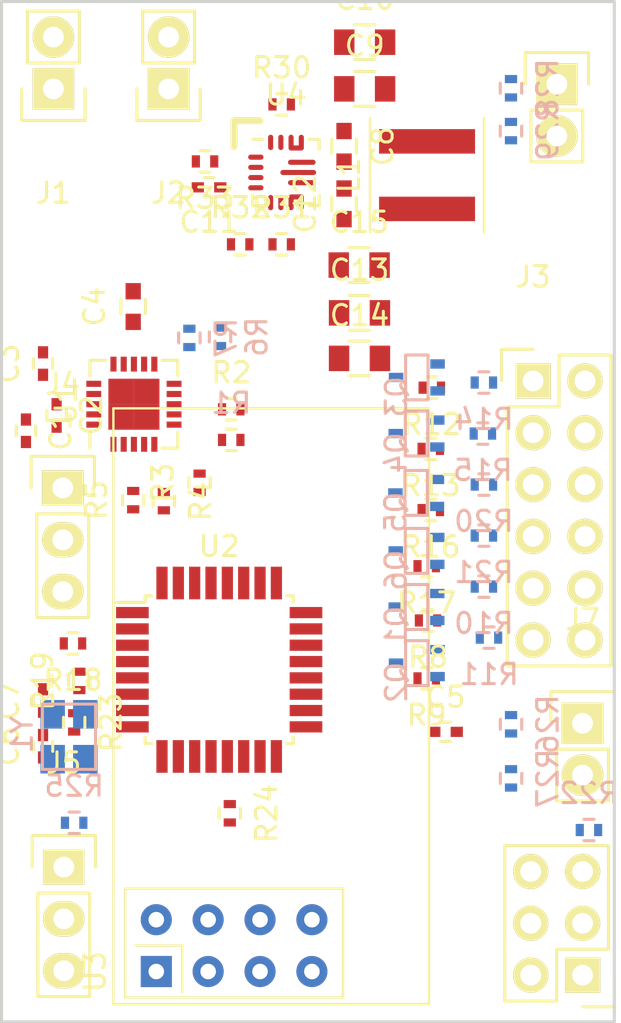
<source format=kicad_pcb>
(kicad_pcb (version 4) (host pcbnew 4.0.6)

  (general
    (links 159)
    (no_connects 159)
    (area 0 0 0 0)
    (thickness 1.6)
    (drawings 4)
    (tracks 0)
    (zones 0)
    (modules 68)
    (nets 73)
  )

  (page A4)
  (layers
    (0 F.Cu signal)
    (31 B.Cu signal)
    (32 B.Adhes user)
    (33 F.Adhes user)
    (34 B.Paste user)
    (35 F.Paste user)
    (36 B.SilkS user)
    (37 F.SilkS user)
    (38 B.Mask user)
    (39 F.Mask user)
    (40 Dwgs.User user)
    (41 Cmts.User user)
    (42 Eco1.User user)
    (43 Eco2.User user)
    (44 Edge.Cuts user)
    (45 Margin user)
    (46 B.CrtYd user)
    (47 F.CrtYd user)
    (48 B.Fab user)
    (49 F.Fab user)
  )

  (setup
    (last_trace_width 0.25)
    (trace_clearance 0.2)
    (zone_clearance 0.508)
    (zone_45_only no)
    (trace_min 0.2)
    (segment_width 0.2)
    (edge_width 0.15)
    (via_size 0.6)
    (via_drill 0.4)
    (via_min_size 0.4)
    (via_min_drill 0.3)
    (uvia_size 0.3)
    (uvia_drill 0.1)
    (uvias_allowed no)
    (uvia_min_size 0.2)
    (uvia_min_drill 0.1)
    (pcb_text_width 0.3)
    (pcb_text_size 1.5 1.5)
    (mod_edge_width 0.15)
    (mod_text_size 1 1)
    (mod_text_width 0.15)
    (pad_size 1.524 1.524)
    (pad_drill 0.762)
    (pad_to_mask_clearance 0.2)
    (aux_axis_origin 0 0)
    (visible_elements 7FFFFF1F)
    (pcbplotparams
      (layerselection 0x00030_80000001)
      (usegerberextensions false)
      (excludeedgelayer true)
      (linewidth 0.100000)
      (plotframeref false)
      (viasonmask false)
      (mode 1)
      (useauxorigin false)
      (hpglpennumber 1)
      (hpglpenspeed 20)
      (hpglpendiameter 15)
      (hpglpenoverlay 2)
      (psnegative false)
      (psa4output false)
      (plotreference true)
      (plotvalue true)
      (plotinvisibletext false)
      (padsonsilk false)
      (subtractmaskfromsilk false)
      (outputformat 1)
      (mirror false)
      (drillshape 1)
      (scaleselection 1)
      (outputdirectory ""))
  )

  (net 0 "")
  (net 1 /IN3)
  (net 2 /IN4)
  (net 3 /IN2)
  (net 4 /IN1)
  (net 5 VCC)
  (net 6 /PD5)
  (net 7 /OUT5)
  (net 8 /OUT6)
  (net 9 /PC2)
  (net 10 /PC3)
  (net 11 /OUT1)
  (net 12 /OUT2)
  (net 13 /PC4)
  (net 14 /PC5)
  (net 15 GND)
  (net 16 /OUT3)
  (net 17 /OUT4)
  (net 18 /RST)
  (net 19 /SERVO1)
  (net 20 /SERVO2)
  (net 21 /ADC_IN)
  (net 22 /ADC_BATT)
  (net 23 +BATT)
  (net 24 /CE)
  (net 25 /PD6)
  (net 26 /CSN)
  (net 27 /IRQ)
  (net 28 /MOSI)
  (net 29 /MISO)
  (net 30 /SCK)
  (net 31 "Net-(U2-Pad19)")
  (net 32 "Net-(U2-Pad22)")
  (net 33 /OSC2)
  (net 34 /OSC1)
  (net 35 /OUT1A)
  (net 36 /OUT1B)
  (net 37 /OUT2A)
  (net 38 /OUT2B)
  (net 39 "Net-(L1-Pad1)")
  (net 40 "Net-(L1-Pad2)")
  (net 41 /CP1)
  (net 42 /CP2)
  (net 43 /CP3)
  (net 44 /CP4)
  (net 45 /VCP)
  (net 46 /AREF)
  (net 47 /VAUX)
  (net 48 /SERVO1_OUT)
  (net 49 /SERVO2_OUT)
  (net 50 /AN)
  (net 51 /OUT5_)
  (net 52 /PD5_)
  (net 53 /OUT6_)
  (net 54 /PD6_)
  (net 55 /OUT1_)
  (net 56 /PC2_)
  (net 57 /OUT2_)
  (net 58 /PC3_)
  (net 59 /OUT3_)
  (net 60 /PC4_)
  (net 61 /OUT4_)
  (net 62 /PC5_)
  (net 63 /IN3_)
  (net 64 /IN4_)
  (net 65 /SLP)
  (net 66 /FL1)
  (net 67 /FL2)
  (net 68 /PE0)
  (net 69 /PE1)
  (net 70 /PSS)
  (net 71 /FB)
  (net 72 /PG)

  (net_class Default "Ceci est la Netclass par défaut"
    (clearance 0.2)
    (trace_width 0.25)
    (via_dia 0.6)
    (via_drill 0.4)
    (uvia_dia 0.3)
    (uvia_drill 0.1)
    (add_net +BATT)
    (add_net /ADC_BATT)
    (add_net /ADC_IN)
    (add_net /AN)
    (add_net /AREF)
    (add_net /CE)
    (add_net /CP1)
    (add_net /CP2)
    (add_net /CP3)
    (add_net /CP4)
    (add_net /CSN)
    (add_net /FB)
    (add_net /FL1)
    (add_net /FL2)
    (add_net /IN1)
    (add_net /IN2)
    (add_net /IN3)
    (add_net /IN3_)
    (add_net /IN4)
    (add_net /IN4_)
    (add_net /IRQ)
    (add_net /MISO)
    (add_net /MOSI)
    (add_net /OSC1)
    (add_net /OSC2)
    (add_net /OUT1)
    (add_net /OUT1A)
    (add_net /OUT1B)
    (add_net /OUT1_)
    (add_net /OUT2)
    (add_net /OUT2A)
    (add_net /OUT2B)
    (add_net /OUT2_)
    (add_net /OUT3)
    (add_net /OUT3_)
    (add_net /OUT4)
    (add_net /OUT4_)
    (add_net /OUT5)
    (add_net /OUT5_)
    (add_net /OUT6)
    (add_net /OUT6_)
    (add_net /PC2)
    (add_net /PC2_)
    (add_net /PC3)
    (add_net /PC3_)
    (add_net /PC4)
    (add_net /PC4_)
    (add_net /PC5)
    (add_net /PC5_)
    (add_net /PD5)
    (add_net /PD5_)
    (add_net /PD6)
    (add_net /PD6_)
    (add_net /PE0)
    (add_net /PE1)
    (add_net /PG)
    (add_net /PSS)
    (add_net /RST)
    (add_net /SCK)
    (add_net /SERVO1)
    (add_net /SERVO1_OUT)
    (add_net /SERVO2)
    (add_net /SERVO2_OUT)
    (add_net /SLP)
    (add_net /VAUX)
    (add_net /VCP)
    (add_net GND)
    (add_net "Net-(L1-Pad1)")
    (add_net "Net-(L1-Pad2)")
    (add_net "Net-(U2-Pad19)")
    (add_net "Net-(U2-Pad22)")
    (add_net VCC)
  )

  (module Housings_QFP:TQFP-32_7x7mm_Pitch0.8mm (layer F.Cu) (tedit 54130A77) (tstamp 5A22A76F)
    (at 10.656 -17.254)
    (descr "32-Lead Plastic Thin Quad Flatpack (PT) - 7x7x1.0 mm Body, 2.00 mm [TQFP] (see Microchip Packaging Specification 00000049BS.pdf)")
    (tags "QFP 0.8")
    (path /5A22EC6B)
    (attr smd)
    (fp_text reference U2 (at 0 -6.05) (layer F.SilkS)
      (effects (font (size 1 1) (thickness 0.15)))
    )
    (fp_text value ATMEGA328PB-AU (at 0 6.05) (layer F.Fab)
      (effects (font (size 1 1) (thickness 0.15)))
    )
    (fp_line (start -5.3 -5.3) (end -5.3 5.3) (layer F.CrtYd) (width 0.05))
    (fp_line (start 5.3 -5.3) (end 5.3 5.3) (layer F.CrtYd) (width 0.05))
    (fp_line (start -5.3 -5.3) (end 5.3 -5.3) (layer F.CrtYd) (width 0.05))
    (fp_line (start -5.3 5.3) (end 5.3 5.3) (layer F.CrtYd) (width 0.05))
    (fp_line (start -3.625 -3.625) (end -3.625 -3.3) (layer F.SilkS) (width 0.15))
    (fp_line (start 3.625 -3.625) (end 3.625 -3.3) (layer F.SilkS) (width 0.15))
    (fp_line (start 3.625 3.625) (end 3.625 3.3) (layer F.SilkS) (width 0.15))
    (fp_line (start -3.625 3.625) (end -3.625 3.3) (layer F.SilkS) (width 0.15))
    (fp_line (start -3.625 -3.625) (end -3.3 -3.625) (layer F.SilkS) (width 0.15))
    (fp_line (start -3.625 3.625) (end -3.3 3.625) (layer F.SilkS) (width 0.15))
    (fp_line (start 3.625 3.625) (end 3.3 3.625) (layer F.SilkS) (width 0.15))
    (fp_line (start 3.625 -3.625) (end 3.3 -3.625) (layer F.SilkS) (width 0.15))
    (fp_line (start -3.625 -3.3) (end -5.05 -3.3) (layer F.SilkS) (width 0.15))
    (pad 1 smd rect (at -4.25 -2.8) (size 1.6 0.55) (layers F.Cu F.Paste F.Mask)
      (net 4 /IN1))
    (pad 2 smd rect (at -4.25 -2) (size 1.6 0.55) (layers F.Cu F.Paste F.Mask)
      (net 24 /CE))
    (pad 3 smd rect (at -4.25 -1.2) (size 1.6 0.55) (layers F.Cu F.Paste F.Mask)
      (net 68 /PE0))
    (pad 4 smd rect (at -4.25 -0.4) (size 1.6 0.55) (layers F.Cu F.Paste F.Mask)
      (net 5 VCC))
    (pad 5 smd rect (at -4.25 0.4) (size 1.6 0.55) (layers F.Cu F.Paste F.Mask)
      (net 15 GND))
    (pad 6 smd rect (at -4.25 1.2) (size 1.6 0.55) (layers F.Cu F.Paste F.Mask)
      (net 69 /PE1))
    (pad 7 smd rect (at -4.25 2) (size 1.6 0.55) (layers F.Cu F.Paste F.Mask)
      (net 34 /OSC1))
    (pad 8 smd rect (at -4.25 2.8) (size 1.6 0.55) (layers F.Cu F.Paste F.Mask)
      (net 33 /OSC2))
    (pad 9 smd rect (at -2.8 4.25 90) (size 1.6 0.55) (layers F.Cu F.Paste F.Mask)
      (net 6 /PD5))
    (pad 10 smd rect (at -2 4.25 90) (size 1.6 0.55) (layers F.Cu F.Paste F.Mask)
      (net 25 /PD6))
    (pad 11 smd rect (at -1.2 4.25 90) (size 1.6 0.55) (layers F.Cu F.Paste F.Mask)
      (net 26 /CSN))
    (pad 12 smd rect (at -0.4 4.25 90) (size 1.6 0.55) (layers F.Cu F.Paste F.Mask)
      (net 27 /IRQ))
    (pad 13 smd rect (at 0.4 4.25 90) (size 1.6 0.55) (layers F.Cu F.Paste F.Mask)
      (net 19 /SERVO1))
    (pad 14 smd rect (at 1.2 4.25 90) (size 1.6 0.55) (layers F.Cu F.Paste F.Mask)
      (net 20 /SERVO2))
    (pad 15 smd rect (at 2 4.25 90) (size 1.6 0.55) (layers F.Cu F.Paste F.Mask)
      (net 28 /MOSI))
    (pad 16 smd rect (at 2.8 4.25 90) (size 1.6 0.55) (layers F.Cu F.Paste F.Mask)
      (net 29 /MISO))
    (pad 17 smd rect (at 4.25 2.8) (size 1.6 0.55) (layers F.Cu F.Paste F.Mask)
      (net 30 /SCK))
    (pad 18 smd rect (at 4.25 2) (size 1.6 0.55) (layers F.Cu F.Paste F.Mask)
      (net 5 VCC))
    (pad 19 smd rect (at 4.25 1.2) (size 1.6 0.55) (layers F.Cu F.Paste F.Mask)
      (net 31 "Net-(U2-Pad19)"))
    (pad 20 smd rect (at 4.25 0.4) (size 1.6 0.55) (layers F.Cu F.Paste F.Mask)
      (net 46 /AREF))
    (pad 21 smd rect (at 4.25 -0.4) (size 1.6 0.55) (layers F.Cu F.Paste F.Mask)
      (net 15 GND))
    (pad 22 smd rect (at 4.25 -1.2) (size 1.6 0.55) (layers F.Cu F.Paste F.Mask)
      (net 32 "Net-(U2-Pad22)"))
    (pad 23 smd rect (at 4.25 -2) (size 1.6 0.55) (layers F.Cu F.Paste F.Mask)
      (net 22 /ADC_BATT))
    (pad 24 smd rect (at 4.25 -2.8) (size 1.6 0.55) (layers F.Cu F.Paste F.Mask)
      (net 21 /ADC_IN))
    (pad 25 smd rect (at 2.8 -4.25 90) (size 1.6 0.55) (layers F.Cu F.Paste F.Mask)
      (net 9 /PC2))
    (pad 26 smd rect (at 2 -4.25 90) (size 1.6 0.55) (layers F.Cu F.Paste F.Mask)
      (net 10 /PC3))
    (pad 27 smd rect (at 1.2 -4.25 90) (size 1.6 0.55) (layers F.Cu F.Paste F.Mask)
      (net 13 /PC4))
    (pad 28 smd rect (at 0.4 -4.25 90) (size 1.6 0.55) (layers F.Cu F.Paste F.Mask)
      (net 14 /PC5))
    (pad 29 smd rect (at -0.4 -4.25 90) (size 1.6 0.55) (layers F.Cu F.Paste F.Mask)
      (net 18 /RST))
    (pad 30 smd rect (at -1.2 -4.25 90) (size 1.6 0.55) (layers F.Cu F.Paste F.Mask)
      (net 2 /IN4))
    (pad 31 smd rect (at -2 -4.25 90) (size 1.6 0.55) (layers F.Cu F.Paste F.Mask)
      (net 1 /IN3))
    (pad 32 smd rect (at -2.8 -4.25 90) (size 1.6 0.55) (layers F.Cu F.Paste F.Mask)
      (net 3 /IN2))
    (model Housings_QFP.3dshapes/TQFP-32_7x7mm_Pitch0.8mm.wrl
      (at (xyz 0 0 0))
      (scale (xyz 1 1 1))
      (rotate (xyz 0 0 0))
    )
  )

  (module Pin_Headers:Pin_Header_Straight_2x03 (layer F.Cu) (tedit 54EA0A4B) (tstamp 5A22A8F1)
    (at 28.448 -2.286 180)
    (descr "Through hole pin header")
    (tags "pin header")
    (path /5A22CE84)
    (fp_text reference CON1 (at 0 -5.1 180) (layer F.SilkS)
      (effects (font (size 1 1) (thickness 0.15)))
    )
    (fp_text value AVR-ISP-6 (at 0 -3.1 180) (layer F.Fab)
      (effects (font (size 1 1) (thickness 0.15)))
    )
    (fp_line (start -1.27 1.27) (end -1.27 6.35) (layer F.SilkS) (width 0.15))
    (fp_line (start -1.55 -1.55) (end 0 -1.55) (layer F.SilkS) (width 0.15))
    (fp_line (start -1.75 -1.75) (end -1.75 6.85) (layer F.CrtYd) (width 0.05))
    (fp_line (start 4.3 -1.75) (end 4.3 6.85) (layer F.CrtYd) (width 0.05))
    (fp_line (start -1.75 -1.75) (end 4.3 -1.75) (layer F.CrtYd) (width 0.05))
    (fp_line (start -1.75 6.85) (end 4.3 6.85) (layer F.CrtYd) (width 0.05))
    (fp_line (start 1.27 -1.27) (end 1.27 1.27) (layer F.SilkS) (width 0.15))
    (fp_line (start 1.27 1.27) (end -1.27 1.27) (layer F.SilkS) (width 0.15))
    (fp_line (start -1.27 6.35) (end 3.81 6.35) (layer F.SilkS) (width 0.15))
    (fp_line (start 3.81 6.35) (end 3.81 1.27) (layer F.SilkS) (width 0.15))
    (fp_line (start -1.55 -1.55) (end -1.55 0) (layer F.SilkS) (width 0.15))
    (fp_line (start 3.81 -1.27) (end 1.27 -1.27) (layer F.SilkS) (width 0.15))
    (fp_line (start 3.81 1.27) (end 3.81 -1.27) (layer F.SilkS) (width 0.15))
    (pad 1 thru_hole rect (at 0 0 180) (size 1.7272 1.7272) (drill 1.016) (layers *.Cu *.Mask F.SilkS)
      (net 29 /MISO))
    (pad 2 thru_hole oval (at 2.54 0 180) (size 1.7272 1.7272) (drill 1.016) (layers *.Cu *.Mask F.SilkS)
      (net 5 VCC))
    (pad 3 thru_hole oval (at 0 2.54 180) (size 1.7272 1.7272) (drill 1.016) (layers *.Cu *.Mask F.SilkS)
      (net 30 /SCK))
    (pad 4 thru_hole oval (at 2.54 2.54 180) (size 1.7272 1.7272) (drill 1.016) (layers *.Cu *.Mask F.SilkS)
      (net 28 /MOSI))
    (pad 5 thru_hole oval (at 0 5.08 180) (size 1.7272 1.7272) (drill 1.016) (layers *.Cu *.Mask F.SilkS)
      (net 18 /RST))
    (pad 6 thru_hole oval (at 2.54 5.08 180) (size 1.7272 1.7272) (drill 1.016) (layers *.Cu *.Mask F.SilkS)
      (net 15 GND))
    (model Pin_Headers.3dshapes/Pin_Header_Straight_2x03.wrl
      (at (xyz 0.05 -0.1 0))
      (scale (xyz 1 1 1))
      (rotate (xyz 0 0 90))
    )
  )

  (module Pin_Headers:Pin_Header_Straight_1x02 (layer F.Cu) (tedit 54EA090C) (tstamp 5A22A902)
    (at 2.54 -45.72 180)
    (descr "Through hole pin header")
    (tags "pin header")
    (path /5A23A5DD)
    (fp_text reference J1 (at 0 -5.1 180) (layer F.SilkS)
      (effects (font (size 1 1) (thickness 0.15)))
    )
    (fp_text value CONN_01X02 (at 0 -3.1 180) (layer F.Fab)
      (effects (font (size 1 1) (thickness 0.15)))
    )
    (fp_line (start 1.27 1.27) (end 1.27 3.81) (layer F.SilkS) (width 0.15))
    (fp_line (start 1.55 -1.55) (end 1.55 0) (layer F.SilkS) (width 0.15))
    (fp_line (start -1.75 -1.75) (end -1.75 4.3) (layer F.CrtYd) (width 0.05))
    (fp_line (start 1.75 -1.75) (end 1.75 4.3) (layer F.CrtYd) (width 0.05))
    (fp_line (start -1.75 -1.75) (end 1.75 -1.75) (layer F.CrtYd) (width 0.05))
    (fp_line (start -1.75 4.3) (end 1.75 4.3) (layer F.CrtYd) (width 0.05))
    (fp_line (start 1.27 1.27) (end -1.27 1.27) (layer F.SilkS) (width 0.15))
    (fp_line (start -1.55 0) (end -1.55 -1.55) (layer F.SilkS) (width 0.15))
    (fp_line (start -1.55 -1.55) (end 1.55 -1.55) (layer F.SilkS) (width 0.15))
    (fp_line (start -1.27 1.27) (end -1.27 3.81) (layer F.SilkS) (width 0.15))
    (fp_line (start -1.27 3.81) (end 1.27 3.81) (layer F.SilkS) (width 0.15))
    (pad 1 thru_hole rect (at 0 0 180) (size 2.032 2.032) (drill 1.016) (layers *.Cu *.Mask F.SilkS)
      (net 35 /OUT1A))
    (pad 2 thru_hole oval (at 0 2.54 180) (size 2.032 2.032) (drill 1.016) (layers *.Cu *.Mask F.SilkS)
      (net 36 /OUT1B))
    (model Pin_Headers.3dshapes/Pin_Header_Straight_1x02.wrl
      (at (xyz 0 -0.05 0))
      (scale (xyz 1 1 1))
      (rotate (xyz 0 0 90))
    )
  )

  (module Pin_Headers:Pin_Header_Straight_1x02 (layer F.Cu) (tedit 54EA090C) (tstamp 5A22A913)
    (at 8.1804 -45.72 180)
    (descr "Through hole pin header")
    (tags "pin header")
    (path /5A23A8F9)
    (fp_text reference J2 (at 0 -5.1 180) (layer F.SilkS)
      (effects (font (size 1 1) (thickness 0.15)))
    )
    (fp_text value CONN_01X02 (at 0 -3.1 180) (layer F.Fab)
      (effects (font (size 1 1) (thickness 0.15)))
    )
    (fp_line (start 1.27 1.27) (end 1.27 3.81) (layer F.SilkS) (width 0.15))
    (fp_line (start 1.55 -1.55) (end 1.55 0) (layer F.SilkS) (width 0.15))
    (fp_line (start -1.75 -1.75) (end -1.75 4.3) (layer F.CrtYd) (width 0.05))
    (fp_line (start 1.75 -1.75) (end 1.75 4.3) (layer F.CrtYd) (width 0.05))
    (fp_line (start -1.75 -1.75) (end 1.75 -1.75) (layer F.CrtYd) (width 0.05))
    (fp_line (start -1.75 4.3) (end 1.75 4.3) (layer F.CrtYd) (width 0.05))
    (fp_line (start 1.27 1.27) (end -1.27 1.27) (layer F.SilkS) (width 0.15))
    (fp_line (start -1.55 0) (end -1.55 -1.55) (layer F.SilkS) (width 0.15))
    (fp_line (start -1.55 -1.55) (end 1.55 -1.55) (layer F.SilkS) (width 0.15))
    (fp_line (start -1.27 1.27) (end -1.27 3.81) (layer F.SilkS) (width 0.15))
    (fp_line (start -1.27 3.81) (end 1.27 3.81) (layer F.SilkS) (width 0.15))
    (pad 1 thru_hole rect (at 0 0 180) (size 2.032 2.032) (drill 1.016) (layers *.Cu *.Mask F.SilkS)
      (net 37 /OUT2A))
    (pad 2 thru_hole oval (at 0 2.54 180) (size 2.032 2.032) (drill 1.016) (layers *.Cu *.Mask F.SilkS)
      (net 38 /OUT2B))
    (model Pin_Headers.3dshapes/Pin_Header_Straight_1x02.wrl
      (at (xyz 0 -0.05 0))
      (scale (xyz 1 1 1))
      (rotate (xyz 0 0 90))
    )
  )

  (module Pin_Headers:Pin_Header_Straight_2x06 (layer F.Cu) (tedit 0) (tstamp 5A22A92F)
    (at 26.026 -31.408)
    (descr "Through hole pin header")
    (tags "pin header")
    (path /5A2388FF)
    (fp_text reference J3 (at 0 -5.1) (layer F.SilkS)
      (effects (font (size 1 1) (thickness 0.15)))
    )
    (fp_text value CONN_02X06 (at 0 -3.1) (layer F.Fab)
      (effects (font (size 1 1) (thickness 0.15)))
    )
    (fp_line (start -1.75 -1.75) (end -1.75 14.45) (layer F.CrtYd) (width 0.05))
    (fp_line (start 4.3 -1.75) (end 4.3 14.45) (layer F.CrtYd) (width 0.05))
    (fp_line (start -1.75 -1.75) (end 4.3 -1.75) (layer F.CrtYd) (width 0.05))
    (fp_line (start -1.75 14.45) (end 4.3 14.45) (layer F.CrtYd) (width 0.05))
    (fp_line (start 3.81 13.97) (end 3.81 -1.27) (layer F.SilkS) (width 0.15))
    (fp_line (start -1.27 1.27) (end -1.27 13.97) (layer F.SilkS) (width 0.15))
    (fp_line (start 3.81 13.97) (end -1.27 13.97) (layer F.SilkS) (width 0.15))
    (fp_line (start 3.81 -1.27) (end 1.27 -1.27) (layer F.SilkS) (width 0.15))
    (fp_line (start 0 -1.55) (end -1.55 -1.55) (layer F.SilkS) (width 0.15))
    (fp_line (start 1.27 -1.27) (end 1.27 1.27) (layer F.SilkS) (width 0.15))
    (fp_line (start 1.27 1.27) (end -1.27 1.27) (layer F.SilkS) (width 0.15))
    (fp_line (start -1.55 -1.55) (end -1.55 0) (layer F.SilkS) (width 0.15))
    (pad 1 thru_hole rect (at 0 0) (size 1.7272 1.7272) (drill 1.016) (layers *.Cu *.Mask F.SilkS)
      (net 11 /OUT1))
    (pad 2 thru_hole oval (at 2.54 0) (size 1.7272 1.7272) (drill 1.016) (layers *.Cu *.Mask F.SilkS)
      (net 23 +BATT))
    (pad 3 thru_hole oval (at 0 2.54) (size 1.7272 1.7272) (drill 1.016) (layers *.Cu *.Mask F.SilkS)
      (net 12 /OUT2))
    (pad 4 thru_hole oval (at 2.54 2.54) (size 1.7272 1.7272) (drill 1.016) (layers *.Cu *.Mask F.SilkS)
      (net 23 +BATT))
    (pad 5 thru_hole oval (at 0 5.08) (size 1.7272 1.7272) (drill 1.016) (layers *.Cu *.Mask F.SilkS)
      (net 16 /OUT3))
    (pad 6 thru_hole oval (at 2.54 5.08) (size 1.7272 1.7272) (drill 1.016) (layers *.Cu *.Mask F.SilkS)
      (net 23 +BATT))
    (pad 7 thru_hole oval (at 0 7.62) (size 1.7272 1.7272) (drill 1.016) (layers *.Cu *.Mask F.SilkS)
      (net 17 /OUT4))
    (pad 8 thru_hole oval (at 2.54 7.62) (size 1.7272 1.7272) (drill 1.016) (layers *.Cu *.Mask F.SilkS)
      (net 23 +BATT))
    (pad 9 thru_hole oval (at 0 10.16) (size 1.7272 1.7272) (drill 1.016) (layers *.Cu *.Mask F.SilkS)
      (net 7 /OUT5))
    (pad 10 thru_hole oval (at 2.54 10.16) (size 1.7272 1.7272) (drill 1.016) (layers *.Cu *.Mask F.SilkS)
      (net 23 +BATT))
    (pad 11 thru_hole oval (at 0 12.7) (size 1.7272 1.7272) (drill 1.016) (layers *.Cu *.Mask F.SilkS)
      (net 8 /OUT6))
    (pad 12 thru_hole oval (at 2.54 12.7) (size 1.7272 1.7272) (drill 1.016) (layers *.Cu *.Mask F.SilkS)
      (net 23 +BATT))
    (model Pin_Headers.3dshapes/Pin_Header_Straight_2x06.wrl
      (at (xyz 0.05 -0.25 0))
      (scale (xyz 1 1 1))
      (rotate (xyz 0 0 90))
    )
  )

  (module Pin_Headers:Pin_Header_Straight_1x03 (layer F.Cu) (tedit 0) (tstamp 5A22A941)
    (at 2.998 -26.162)
    (descr "Through hole pin header")
    (tags "pin header")
    (path /5A235C05)
    (fp_text reference J4 (at 0 -5.1) (layer F.SilkS)
      (effects (font (size 1 1) (thickness 0.15)))
    )
    (fp_text value CONN_01X03 (at 0 -3.1) (layer F.Fab)
      (effects (font (size 1 1) (thickness 0.15)))
    )
    (fp_line (start -1.75 -1.75) (end -1.75 6.85) (layer F.CrtYd) (width 0.05))
    (fp_line (start 1.75 -1.75) (end 1.75 6.85) (layer F.CrtYd) (width 0.05))
    (fp_line (start -1.75 -1.75) (end 1.75 -1.75) (layer F.CrtYd) (width 0.05))
    (fp_line (start -1.75 6.85) (end 1.75 6.85) (layer F.CrtYd) (width 0.05))
    (fp_line (start -1.27 1.27) (end -1.27 6.35) (layer F.SilkS) (width 0.15))
    (fp_line (start -1.27 6.35) (end 1.27 6.35) (layer F.SilkS) (width 0.15))
    (fp_line (start 1.27 6.35) (end 1.27 1.27) (layer F.SilkS) (width 0.15))
    (fp_line (start 1.55 -1.55) (end 1.55 0) (layer F.SilkS) (width 0.15))
    (fp_line (start 1.27 1.27) (end -1.27 1.27) (layer F.SilkS) (width 0.15))
    (fp_line (start -1.55 0) (end -1.55 -1.55) (layer F.SilkS) (width 0.15))
    (fp_line (start -1.55 -1.55) (end 1.55 -1.55) (layer F.SilkS) (width 0.15))
    (pad 1 thru_hole rect (at 0 0) (size 2.032 1.7272) (drill 1.016) (layers *.Cu *.Mask F.SilkS)
      (net 48 /SERVO1_OUT))
    (pad 2 thru_hole oval (at 0 2.54) (size 2.032 1.7272) (drill 1.016) (layers *.Cu *.Mask F.SilkS)
      (net 5 VCC))
    (pad 3 thru_hole oval (at 0 5.08) (size 2.032 1.7272) (drill 1.016) (layers *.Cu *.Mask F.SilkS)
      (net 15 GND))
    (model Pin_Headers.3dshapes/Pin_Header_Straight_1x03.wrl
      (at (xyz 0 -0.1 0))
      (scale (xyz 1 1 1))
      (rotate (xyz 0 0 90))
    )
  )

  (module Pin_Headers:Pin_Header_Straight_1x03 (layer F.Cu) (tedit 0) (tstamp 5A22A953)
    (at 3.048 -7.584)
    (descr "Through hole pin header")
    (tags "pin header")
    (path /5A2359E7)
    (fp_text reference J5 (at 0 -5.1) (layer F.SilkS)
      (effects (font (size 1 1) (thickness 0.15)))
    )
    (fp_text value CONN_01X03 (at 0 -3.1) (layer F.Fab)
      (effects (font (size 1 1) (thickness 0.15)))
    )
    (fp_line (start -1.75 -1.75) (end -1.75 6.85) (layer F.CrtYd) (width 0.05))
    (fp_line (start 1.75 -1.75) (end 1.75 6.85) (layer F.CrtYd) (width 0.05))
    (fp_line (start -1.75 -1.75) (end 1.75 -1.75) (layer F.CrtYd) (width 0.05))
    (fp_line (start -1.75 6.85) (end 1.75 6.85) (layer F.CrtYd) (width 0.05))
    (fp_line (start -1.27 1.27) (end -1.27 6.35) (layer F.SilkS) (width 0.15))
    (fp_line (start -1.27 6.35) (end 1.27 6.35) (layer F.SilkS) (width 0.15))
    (fp_line (start 1.27 6.35) (end 1.27 1.27) (layer F.SilkS) (width 0.15))
    (fp_line (start 1.55 -1.55) (end 1.55 0) (layer F.SilkS) (width 0.15))
    (fp_line (start 1.27 1.27) (end -1.27 1.27) (layer F.SilkS) (width 0.15))
    (fp_line (start -1.55 0) (end -1.55 -1.55) (layer F.SilkS) (width 0.15))
    (fp_line (start -1.55 -1.55) (end 1.55 -1.55) (layer F.SilkS) (width 0.15))
    (pad 1 thru_hole rect (at 0 0) (size 2.032 1.7272) (drill 1.016) (layers *.Cu *.Mask F.SilkS)
      (net 49 /SERVO2_OUT))
    (pad 2 thru_hole oval (at 0 2.54) (size 2.032 1.7272) (drill 1.016) (layers *.Cu *.Mask F.SilkS)
      (net 5 VCC))
    (pad 3 thru_hole oval (at 0 5.08) (size 2.032 1.7272) (drill 1.016) (layers *.Cu *.Mask F.SilkS)
      (net 15 GND))
    (model Pin_Headers.3dshapes/Pin_Header_Straight_1x03.wrl
      (at (xyz 0 -0.1 0))
      (scale (xyz 1 1 1))
      (rotate (xyz 0 0 90))
    )
  )

  (module Pin_Headers:Pin_Header_Straight_1x02 (layer F.Cu) (tedit 54EA090C) (tstamp 5A22A964)
    (at 27.188 -45.95)
    (descr "Through hole pin header")
    (tags "pin header")
    (path /5A235872)
    (fp_text reference J6 (at 0 -5.1) (layer F.SilkS)
      (effects (font (size 1 1) (thickness 0.15)))
    )
    (fp_text value CONN_01X02 (at 0 -3.1) (layer F.Fab)
      (effects (font (size 1 1) (thickness 0.15)))
    )
    (fp_line (start 1.27 1.27) (end 1.27 3.81) (layer F.SilkS) (width 0.15))
    (fp_line (start 1.55 -1.55) (end 1.55 0) (layer F.SilkS) (width 0.15))
    (fp_line (start -1.75 -1.75) (end -1.75 4.3) (layer F.CrtYd) (width 0.05))
    (fp_line (start 1.75 -1.75) (end 1.75 4.3) (layer F.CrtYd) (width 0.05))
    (fp_line (start -1.75 -1.75) (end 1.75 -1.75) (layer F.CrtYd) (width 0.05))
    (fp_line (start -1.75 4.3) (end 1.75 4.3) (layer F.CrtYd) (width 0.05))
    (fp_line (start 1.27 1.27) (end -1.27 1.27) (layer F.SilkS) (width 0.15))
    (fp_line (start -1.55 0) (end -1.55 -1.55) (layer F.SilkS) (width 0.15))
    (fp_line (start -1.55 -1.55) (end 1.55 -1.55) (layer F.SilkS) (width 0.15))
    (fp_line (start -1.27 1.27) (end -1.27 3.81) (layer F.SilkS) (width 0.15))
    (fp_line (start -1.27 3.81) (end 1.27 3.81) (layer F.SilkS) (width 0.15))
    (pad 1 thru_hole rect (at 0 0) (size 2.032 2.032) (drill 1.016) (layers *.Cu *.Mask F.SilkS)
      (net 23 +BATT))
    (pad 2 thru_hole oval (at 0 2.54) (size 2.032 2.032) (drill 1.016) (layers *.Cu *.Mask F.SilkS)
      (net 15 GND))
    (model Pin_Headers.3dshapes/Pin_Header_Straight_1x02.wrl
      (at (xyz 0 -0.05 0))
      (scale (xyz 1 1 1))
      (rotate (xyz 0 0 90))
    )
  )

  (module Pin_Headers:Pin_Header_Straight_1x02 (layer F.Cu) (tedit 54EA090C) (tstamp 5A22A975)
    (at 28.446 -14.63)
    (descr "Through hole pin header")
    (tags "pin header")
    (path /5A23DD3D)
    (fp_text reference J7 (at 0 -5.1) (layer F.SilkS)
      (effects (font (size 1 1) (thickness 0.15)))
    )
    (fp_text value CONN_01X02 (at 0 -3.1) (layer F.Fab)
      (effects (font (size 1 1) (thickness 0.15)))
    )
    (fp_line (start 1.27 1.27) (end 1.27 3.81) (layer F.SilkS) (width 0.15))
    (fp_line (start 1.55 -1.55) (end 1.55 0) (layer F.SilkS) (width 0.15))
    (fp_line (start -1.75 -1.75) (end -1.75 4.3) (layer F.CrtYd) (width 0.05))
    (fp_line (start 1.75 -1.75) (end 1.75 4.3) (layer F.CrtYd) (width 0.05))
    (fp_line (start -1.75 -1.75) (end 1.75 -1.75) (layer F.CrtYd) (width 0.05))
    (fp_line (start -1.75 4.3) (end 1.75 4.3) (layer F.CrtYd) (width 0.05))
    (fp_line (start 1.27 1.27) (end -1.27 1.27) (layer F.SilkS) (width 0.15))
    (fp_line (start -1.55 0) (end -1.55 -1.55) (layer F.SilkS) (width 0.15))
    (fp_line (start -1.55 -1.55) (end 1.55 -1.55) (layer F.SilkS) (width 0.15))
    (fp_line (start -1.27 1.27) (end -1.27 3.81) (layer F.SilkS) (width 0.15))
    (fp_line (start -1.27 3.81) (end 1.27 3.81) (layer F.SilkS) (width 0.15))
    (pad 1 thru_hole rect (at 0 0) (size 2.032 2.032) (drill 1.016) (layers *.Cu *.Mask F.SilkS)
      (net 50 /AN))
    (pad 2 thru_hole oval (at 0 2.54) (size 2.032 2.032) (drill 1.016) (layers *.Cu *.Mask F.SilkS)
      (net 15 GND))
    (model Pin_Headers.3dshapes/Pin_Header_Straight_1x02.wrl
      (at (xyz 0 -0.05 0))
      (scale (xyz 1 1 1))
      (rotate (xyz 0 0 90))
    )
  )

  (module TO_SOT_Packages_SMD:SC-70 (layer B.Cu) (tedit 0) (tstamp 5A22A981)
    (at 20.316 -20.328 270)
    (descr "SC70 SOT323")
    (path /5A228287)
    (attr smd)
    (fp_text reference Q1 (at 0.95 1 270) (layer B.SilkS)
      (effects (font (size 1 1) (thickness 0.15)) (justify mirror))
    )
    (fp_text value Q_NMOS_DGS (at 1.85 -0.25 270) (layer B.Fab)
      (effects (font (size 1 1) (thickness 0.15)) (justify mirror))
    )
    (fp_line (start -1.1 0.55) (end -1.1 -0.55) (layer B.SilkS) (width 0.15))
    (fp_line (start -1.1 -0.55) (end 1.1 -0.55) (layer B.SilkS) (width 0.15))
    (fp_line (start 1.1 -0.55) (end 1.1 0.55) (layer B.SilkS) (width 0.15))
    (fp_line (start 1.1 0.55) (end -1.05 0.55) (layer B.SilkS) (width 0.15))
    (fp_line (start -1.05 0.55) (end -1.1 0.55) (layer B.SilkS) (width 0.15))
    (pad 1 smd rect (at -0.6604 -1.016 270) (size 0.4572 0.7112) (layers B.Cu B.Paste B.Mask)
      (net 51 /OUT5_))
    (pad 2 smd rect (at 0.6604 -1.016 270) (size 0.4572 0.7112) (layers B.Cu B.Paste B.Mask)
      (net 52 /PD5_))
    (pad 3 smd rect (at 0 1.016 270) (size 0.4572 0.7112) (layers B.Cu B.Paste B.Mask)
      (net 15 GND))
    (model TO_SOT_Packages_SMD.3dshapes/SC-70.wrl
      (at (xyz 0 0 0))
      (scale (xyz 1 1 1))
      (rotate (xyz 0 0 0))
    )
  )

  (module TO_SOT_Packages_SMD:SC-70 (layer B.Cu) (tedit 0) (tstamp 5A22A98D)
    (at 20.332 -17.578 270)
    (descr "SC70 SOT323")
    (path /5A22852E)
    (attr smd)
    (fp_text reference Q2 (at 0.95 1 270) (layer B.SilkS)
      (effects (font (size 1 1) (thickness 0.15)) (justify mirror))
    )
    (fp_text value Q_NMOS_DGS (at 1.85 -0.25 270) (layer B.Fab)
      (effects (font (size 1 1) (thickness 0.15)) (justify mirror))
    )
    (fp_line (start -1.1 0.55) (end -1.1 -0.55) (layer B.SilkS) (width 0.15))
    (fp_line (start -1.1 -0.55) (end 1.1 -0.55) (layer B.SilkS) (width 0.15))
    (fp_line (start 1.1 -0.55) (end 1.1 0.55) (layer B.SilkS) (width 0.15))
    (fp_line (start 1.1 0.55) (end -1.05 0.55) (layer B.SilkS) (width 0.15))
    (fp_line (start -1.05 0.55) (end -1.1 0.55) (layer B.SilkS) (width 0.15))
    (pad 1 smd rect (at -0.6604 -1.016 270) (size 0.4572 0.7112) (layers B.Cu B.Paste B.Mask)
      (net 53 /OUT6_))
    (pad 2 smd rect (at 0.6604 -1.016 270) (size 0.4572 0.7112) (layers B.Cu B.Paste B.Mask)
      (net 54 /PD6_))
    (pad 3 smd rect (at 0 1.016 270) (size 0.4572 0.7112) (layers B.Cu B.Paste B.Mask)
      (net 15 GND))
    (model TO_SOT_Packages_SMD.3dshapes/SC-70.wrl
      (at (xyz 0 0 0))
      (scale (xyz 1 1 1))
      (rotate (xyz 0 0 0))
    )
  )

  (module TO_SOT_Packages_SMD:SC-70 (layer B.Cu) (tedit 0) (tstamp 5A22A999)
    (at 20.332 -31.578 270)
    (descr "SC70 SOT323")
    (path /5A228709)
    (attr smd)
    (fp_text reference Q3 (at 0.95 1 270) (layer B.SilkS)
      (effects (font (size 1 1) (thickness 0.15)) (justify mirror))
    )
    (fp_text value Q_NMOS_DGS (at 1.85 -0.25 270) (layer B.Fab)
      (effects (font (size 1 1) (thickness 0.15)) (justify mirror))
    )
    (fp_line (start -1.1 0.55) (end -1.1 -0.55) (layer B.SilkS) (width 0.15))
    (fp_line (start -1.1 -0.55) (end 1.1 -0.55) (layer B.SilkS) (width 0.15))
    (fp_line (start 1.1 -0.55) (end 1.1 0.55) (layer B.SilkS) (width 0.15))
    (fp_line (start 1.1 0.55) (end -1.05 0.55) (layer B.SilkS) (width 0.15))
    (fp_line (start -1.05 0.55) (end -1.1 0.55) (layer B.SilkS) (width 0.15))
    (pad 1 smd rect (at -0.6604 -1.016 270) (size 0.4572 0.7112) (layers B.Cu B.Paste B.Mask)
      (net 55 /OUT1_))
    (pad 2 smd rect (at 0.6604 -1.016 270) (size 0.4572 0.7112) (layers B.Cu B.Paste B.Mask)
      (net 56 /PC2_))
    (pad 3 smd rect (at 0 1.016 270) (size 0.4572 0.7112) (layers B.Cu B.Paste B.Mask)
      (net 15 GND))
    (model TO_SOT_Packages_SMD.3dshapes/SC-70.wrl
      (at (xyz 0 0 0))
      (scale (xyz 1 1 1))
      (rotate (xyz 0 0 0))
    )
  )

  (module TO_SOT_Packages_SMD:SC-70 (layer B.Cu) (tedit 0) (tstamp 5A22A9A5)
    (at 20.316 -28.828 270)
    (descr "SC70 SOT323")
    (path /5A22871B)
    (attr smd)
    (fp_text reference Q4 (at 0.95 1 270) (layer B.SilkS)
      (effects (font (size 1 1) (thickness 0.15)) (justify mirror))
    )
    (fp_text value Q_NMOS_DGS (at 1.85 -0.25 270) (layer B.Fab)
      (effects (font (size 1 1) (thickness 0.15)) (justify mirror))
    )
    (fp_line (start -1.1 0.55) (end -1.1 -0.55) (layer B.SilkS) (width 0.15))
    (fp_line (start -1.1 -0.55) (end 1.1 -0.55) (layer B.SilkS) (width 0.15))
    (fp_line (start 1.1 -0.55) (end 1.1 0.55) (layer B.SilkS) (width 0.15))
    (fp_line (start 1.1 0.55) (end -1.05 0.55) (layer B.SilkS) (width 0.15))
    (fp_line (start -1.05 0.55) (end -1.1 0.55) (layer B.SilkS) (width 0.15))
    (pad 1 smd rect (at -0.6604 -1.016 270) (size 0.4572 0.7112) (layers B.Cu B.Paste B.Mask)
      (net 57 /OUT2_))
    (pad 2 smd rect (at 0.6604 -1.016 270) (size 0.4572 0.7112) (layers B.Cu B.Paste B.Mask)
      (net 58 /PC3_))
    (pad 3 smd rect (at 0 1.016 270) (size 0.4572 0.7112) (layers B.Cu B.Paste B.Mask)
      (net 15 GND))
    (model TO_SOT_Packages_SMD.3dshapes/SC-70.wrl
      (at (xyz 0 0 0))
      (scale (xyz 1 1 1))
      (rotate (xyz 0 0 0))
    )
  )

  (module TO_SOT_Packages_SMD:SC-70 (layer B.Cu) (tedit 0) (tstamp 5A22A9B1)
    (at 20.3 -25.9176 270)
    (descr "SC70 SOT323")
    (path /5A22882F)
    (attr smd)
    (fp_text reference Q5 (at 0.95 1 270) (layer B.SilkS)
      (effects (font (size 1 1) (thickness 0.15)) (justify mirror))
    )
    (fp_text value Q_NMOS_DGS (at 1.85 -0.25 270) (layer B.Fab)
      (effects (font (size 1 1) (thickness 0.15)) (justify mirror))
    )
    (fp_line (start -1.1 0.55) (end -1.1 -0.55) (layer B.SilkS) (width 0.15))
    (fp_line (start -1.1 -0.55) (end 1.1 -0.55) (layer B.SilkS) (width 0.15))
    (fp_line (start 1.1 -0.55) (end 1.1 0.55) (layer B.SilkS) (width 0.15))
    (fp_line (start 1.1 0.55) (end -1.05 0.55) (layer B.SilkS) (width 0.15))
    (fp_line (start -1.05 0.55) (end -1.1 0.55) (layer B.SilkS) (width 0.15))
    (pad 1 smd rect (at -0.6604 -1.016 270) (size 0.4572 0.7112) (layers B.Cu B.Paste B.Mask)
      (net 59 /OUT3_))
    (pad 2 smd rect (at 0.6604 -1.016 270) (size 0.4572 0.7112) (layers B.Cu B.Paste B.Mask)
      (net 60 /PC4_))
    (pad 3 smd rect (at 0 1.016 270) (size 0.4572 0.7112) (layers B.Cu B.Paste B.Mask)
      (net 15 GND))
    (model TO_SOT_Packages_SMD.3dshapes/SC-70.wrl
      (at (xyz 0 0 0))
      (scale (xyz 1 1 1))
      (rotate (xyz 0 0 0))
    )
  )

  (module TO_SOT_Packages_SMD:SC-70 (layer B.Cu) (tedit 0) (tstamp 5A22A9BD)
    (at 20.316 -23.078 270)
    (descr "SC70 SOT323")
    (path /5A228841)
    (attr smd)
    (fp_text reference Q6 (at 0.95 1 270) (layer B.SilkS)
      (effects (font (size 1 1) (thickness 0.15)) (justify mirror))
    )
    (fp_text value Q_NMOS_DGS (at 1.85 -0.25 270) (layer B.Fab)
      (effects (font (size 1 1) (thickness 0.15)) (justify mirror))
    )
    (fp_line (start -1.1 0.55) (end -1.1 -0.55) (layer B.SilkS) (width 0.15))
    (fp_line (start -1.1 -0.55) (end 1.1 -0.55) (layer B.SilkS) (width 0.15))
    (fp_line (start 1.1 -0.55) (end 1.1 0.55) (layer B.SilkS) (width 0.15))
    (fp_line (start 1.1 0.55) (end -1.05 0.55) (layer B.SilkS) (width 0.15))
    (fp_line (start -1.05 0.55) (end -1.1 0.55) (layer B.SilkS) (width 0.15))
    (pad 1 smd rect (at -0.6604 -1.016 270) (size 0.4572 0.7112) (layers B.Cu B.Paste B.Mask)
      (net 61 /OUT4_))
    (pad 2 smd rect (at 0.6604 -1.016 270) (size 0.4572 0.7112) (layers B.Cu B.Paste B.Mask)
      (net 62 /PC5_))
    (pad 3 smd rect (at 0 1.016 270) (size 0.4572 0.7112) (layers B.Cu B.Paste B.Mask)
      (net 15 GND))
    (model TO_SOT_Packages_SMD.3dshapes/SC-70.wrl
      (at (xyz 0 0 0))
      (scale (xyz 1 1 1))
      (rotate (xyz 0 0 0))
    )
  )

  (module Housings_DFN_QFN:QFN-20-1EP_4x4mm_Pitch0.5mm (layer F.Cu) (tedit 54130A77) (tstamp 5A22A9F0)
    (at 6.4814 -30.265722 90)
    (descr "20-Lead Plastic Quad Flat, No Lead Package (ML) - 4x4x0.9 mm Body [QFN]; (see Microchip Packaging Specification 00000049BS.pdf)")
    (tags "QFN 0.5")
    (path /5A22940F)
    (attr smd)
    (fp_text reference U1 (at 0 -3.33 90) (layer F.SilkS)
      (effects (font (size 1 1) (thickness 0.15)))
    )
    (fp_text value A3906 (at 0 3.33 90) (layer F.Fab)
      (effects (font (size 1 1) (thickness 0.15)))
    )
    (fp_line (start -2.6 -2.6) (end -2.6 2.6) (layer F.CrtYd) (width 0.05))
    (fp_line (start 2.6 -2.6) (end 2.6 2.6) (layer F.CrtYd) (width 0.05))
    (fp_line (start -2.6 -2.6) (end 2.6 -2.6) (layer F.CrtYd) (width 0.05))
    (fp_line (start -2.6 2.6) (end 2.6 2.6) (layer F.CrtYd) (width 0.05))
    (fp_line (start 2.15 -2.15) (end 2.15 -1.375) (layer F.SilkS) (width 0.15))
    (fp_line (start -2.15 2.15) (end -2.15 1.375) (layer F.SilkS) (width 0.15))
    (fp_line (start 2.15 2.15) (end 2.15 1.375) (layer F.SilkS) (width 0.15))
    (fp_line (start -2.15 -2.15) (end -1.375 -2.15) (layer F.SilkS) (width 0.15))
    (fp_line (start -2.15 2.15) (end -1.375 2.15) (layer F.SilkS) (width 0.15))
    (fp_line (start 2.15 2.15) (end 1.375 2.15) (layer F.SilkS) (width 0.15))
    (fp_line (start 2.15 -2.15) (end 1.375 -2.15) (layer F.SilkS) (width 0.15))
    (pad 1 smd rect (at -1.965 -1 90) (size 0.73 0.3) (layers F.Cu F.Paste F.Mask)
      (net 42 /CP2))
    (pad 2 smd rect (at -1.965 -0.5 90) (size 0.73 0.3) (layers F.Cu F.Paste F.Mask)
      (net 15 GND))
    (pad 3 smd rect (at -1.965 0 90) (size 0.73 0.3) (layers F.Cu F.Paste F.Mask)
      (net 65 /SLP))
    (pad 4 smd rect (at -1.965 0.5 90) (size 0.73 0.3) (layers F.Cu F.Paste F.Mask)
      (net 4 /IN1))
    (pad 5 smd rect (at -1.965 1 90) (size 0.73 0.3) (layers F.Cu F.Paste F.Mask)
      (net 3 /IN2))
    (pad 6 smd rect (at -1 1.965 180) (size 0.73 0.3) (layers F.Cu F.Paste F.Mask)
      (net 63 /IN3_))
    (pad 7 smd rect (at -0.5 1.965 180) (size 0.73 0.3) (layers F.Cu F.Paste F.Mask)
      (net 64 /IN4_))
    (pad 8 smd rect (at 0 1.965 180) (size 0.73 0.3) (layers F.Cu F.Paste F.Mask)
      (net 66 /FL1))
    (pad 9 smd rect (at 0.5 1.965 180) (size 0.73 0.3) (layers F.Cu F.Paste F.Mask)
      (net 67 /FL2))
    (pad 10 smd rect (at 1 1.965 180) (size 0.73 0.3) (layers F.Cu F.Paste F.Mask)
      (net 37 /OUT2A))
    (pad 11 smd rect (at 1.965 1 90) (size 0.73 0.3) (layers F.Cu F.Paste F.Mask)
      (net 15 GND))
    (pad 12 smd rect (at 1.965 0.5 90) (size 0.73 0.3) (layers F.Cu F.Paste F.Mask)
      (net 38 /OUT2B))
    (pad 13 smd rect (at 1.965 0 90) (size 0.73 0.3) (layers F.Cu F.Paste F.Mask)
      (net 23 +BATT))
    (pad 14 smd rect (at 1.965 -0.5 90) (size 0.73 0.3) (layers F.Cu F.Paste F.Mask)
      (net 36 /OUT1B))
    (pad 15 smd rect (at 1.965 -1 90) (size 0.73 0.3) (layers F.Cu F.Paste F.Mask)
      (net 15 GND))
    (pad 16 smd rect (at 1 -1.965 180) (size 0.73 0.3) (layers F.Cu F.Paste F.Mask)
      (net 35 /OUT1A))
    (pad 17 smd rect (at 0.5 -1.965 180) (size 0.73 0.3) (layers F.Cu F.Paste F.Mask)
      (net 45 /VCP))
    (pad 18 smd rect (at 0 -1.965 180) (size 0.73 0.3) (layers F.Cu F.Paste F.Mask)
      (net 43 /CP3))
    (pad 19 smd rect (at -0.5 -1.965 180) (size 0.73 0.3) (layers F.Cu F.Paste F.Mask)
      (net 41 /CP1))
    (pad 20 smd rect (at -1 -1.965 180) (size 0.73 0.3) (layers F.Cu F.Paste F.Mask)
      (net 44 /CP4))
    (pad 21 smd rect (at 0.625 0.625 90) (size 1.25 1.25) (layers F.Cu F.Paste F.Mask)
      (net 15 GND) (solder_paste_margin_ratio -0.2))
    (pad 21 smd rect (at 0.625 -0.625 90) (size 1.25 1.25) (layers F.Cu F.Paste F.Mask)
      (net 15 GND) (solder_paste_margin_ratio -0.2))
    (pad 21 smd rect (at -0.625 0.625 90) (size 1.25 1.25) (layers F.Cu F.Paste F.Mask)
      (net 15 GND) (solder_paste_margin_ratio -0.2))
    (pad 21 smd rect (at -0.625 -0.625 90) (size 1.25 1.25) (layers F.Cu F.Paste F.Mask)
      (net 15 GND) (solder_paste_margin_ratio -0.2))
    (model Housings_DFN_QFN.3dshapes/QFN-20-1EP_4x4mm_Pitch0.5mm.wrl
      (at (xyz 0 0 0))
      (scale (xyz 1 1 1))
      (rotate (xyz 0 0 0))
    )
  )

  (module RF_Modules:nRF24L01_Breakout (layer F.Cu) (tedit 587EDB46) (tstamp 5A22AA19)
    (at 7.576 -2.464 90)
    (descr "nRF24L01 breakout board")
    (tags "nRF24L01 adapter breakout")
    (path /5A2311F1)
    (fp_text reference U3 (at 0 -3 90) (layer F.SilkS)
      (effects (font (size 1 1) (thickness 0.15)))
    )
    (fp_text value NRF24L01_MODULE (at 13 5 90) (layer F.Fab)
      (effects (font (size 1 1) (thickness 0.15)))
    )
    (fp_line (start -1.5 -2) (end 27.5 -2) (layer F.Fab) (width 0.1))
    (fp_line (start 27.5 -2) (end 27.5 13.25) (layer F.Fab) (width 0.1))
    (fp_line (start 27.5 13.25) (end -1.5 13.25) (layer F.Fab) (width 0.1))
    (fp_line (start -1.5 13.25) (end -1.5 -2) (layer F.Fab) (width 0.1))
    (fp_line (start -1.5 -2) (end -1.5 -2) (layer F.Fab) (width 0.1))
    (fp_line (start -1.27 -1.27) (end 3.81 -1.27) (layer F.Fab) (width 0.1))
    (fp_line (start 3.81 -1.27) (end 3.81 8.89) (layer F.Fab) (width 0.1))
    (fp_line (start 3.81 8.89) (end -1.27 8.89) (layer F.Fab) (width 0.1))
    (fp_line (start -1.27 8.89) (end -1.27 -1.27) (layer F.Fab) (width 0.1))
    (fp_line (start -1.27 -1.27) (end -1.27 -1.27) (layer F.Fab) (width 0.1))
    (fp_line (start -1.27 -1.524) (end 4.064 -1.524) (layer F.SilkS) (width 0.12))
    (fp_line (start 4.064 -1.524) (end 4.064 9.144) (layer F.SilkS) (width 0.12))
    (fp_line (start 4.064 9.144) (end -1.27 9.144) (layer F.SilkS) (width 0.12))
    (fp_line (start -1.27 9.144) (end -1.27 9.144) (layer F.SilkS) (width 0.12))
    (fp_line (start 1.27 -1.016) (end 1.27 1.27) (layer F.SilkS) (width 0.12))
    (fp_line (start 1.27 1.27) (end -1.016 1.27) (layer F.SilkS) (width 0.12))
    (fp_line (start -1.016 1.27) (end -1.016 1.27) (layer F.SilkS) (width 0.12))
    (fp_line (start -1.6 -2.1) (end 27.6 -2.1) (layer F.SilkS) (width 0.12))
    (fp_line (start 27.6 -2.1) (end 27.6 13.35) (layer F.SilkS) (width 0.12))
    (fp_line (start 27.6 13.35) (end -1.6 13.35) (layer F.SilkS) (width 0.12))
    (fp_line (start -1.6 13.35) (end -1.6 -2.1) (layer F.SilkS) (width 0.12))
    (fp_line (start -1.6 -2.1) (end -1.6 -2.1) (layer F.SilkS) (width 0.12))
    (fp_line (start -1.27 9.144) (end -1.27 -1.524) (layer F.SilkS) (width 0.12))
    (fp_line (start -1.27 -1.524) (end -1.27 -1.524) (layer F.SilkS) (width 0.12))
    (fp_line (start 27.75 -2.25) (end -1.75 -2.25) (layer F.CrtYd) (width 0.05))
    (fp_line (start -1.75 -2.25) (end -1.75 13.5) (layer F.CrtYd) (width 0.05))
    (fp_line (start -1.75 13.5) (end 27.75 13.5) (layer F.CrtYd) (width 0.05))
    (fp_line (start 27.75 13.5) (end 27.75 -2.25) (layer F.CrtYd) (width 0.05))
    (fp_line (start 27.75 -2.25) (end 27.75 -2.25) (layer F.CrtYd) (width 0.05))
    (pad 1 thru_hole rect (at 0 0 90) (size 1.524 1.524) (drill 0.762) (layers *.Cu *.Mask)
      (net 15 GND))
    (pad 2 thru_hole circle (at 2.54 0 90) (size 1.524 1.524) (drill 0.762) (layers *.Cu *.Mask)
      (net 5 VCC))
    (pad 3 thru_hole circle (at 0 2.54 90) (size 1.524 1.524) (drill 0.762) (layers *.Cu *.Mask)
      (net 24 /CE))
    (pad 4 thru_hole circle (at 2.54 2.54 90) (size 1.524 1.524) (drill 0.762) (layers *.Cu *.Mask)
      (net 26 /CSN))
    (pad 5 thru_hole circle (at 0 5.08 90) (size 1.524 1.524) (drill 0.762) (layers *.Cu *.Mask)
      (net 30 /SCK))
    (pad 6 thru_hole circle (at 2.54 5.08 90) (size 1.524 1.524) (drill 0.762) (layers *.Cu *.Mask)
      (net 28 /MOSI))
    (pad 7 thru_hole circle (at 0 7.62 90) (size 1.524 1.524) (drill 0.762) (layers *.Cu *.Mask)
      (net 29 /MISO))
    (pad 8 thru_hole circle (at 2.54 7.62 90) (size 1.524 1.524) (drill 0.762) (layers *.Cu *.Mask)
      (net 27 /IRQ))
    (model ${KISYS3DMOD}/RF_Modules.3dshapes/nRF24L01_Breakout.wrl
      (at (xyz 0 0 0))
      (scale (xyz 1 1 1))
      (rotate (xyz 0 0 0))
    )
  )

  (module Crystals:crystal_FA238-TSX3225 (layer B.Cu) (tedit 0) (tstamp 5A22AA25)
    (at 3.302 -13.97 270)
    (descr "crystal Epson Toyocom FA-238 and TSX-3225 series")
    (path /5A2277F9)
    (fp_text reference Y1 (at -0.1 2.3 270) (layer B.SilkS)
      (effects (font (size 1 1) (thickness 0.15)) (justify mirror))
    )
    (fp_text value Crystal (at 0.2 -2.3 270) (layer B.Fab)
      (effects (font (size 1 1) (thickness 0.15)) (justify mirror))
    )
    (fp_line (start -1.6 1.3) (end 1.6 1.3) (layer B.SilkS) (width 0.15))
    (fp_line (start 1.6 1.3) (end 1.6 -1.3) (layer B.SilkS) (width 0.15))
    (fp_line (start 1.6 -1.3) (end -1.6 -1.3) (layer B.SilkS) (width 0.15))
    (fp_line (start -1.6 -1.3) (end -1.6 1.3) (layer B.SilkS) (width 0.15))
    (pad 1 smd rect (at -1.1 -0.8 270) (size 1.4 1.2) (layers B.Cu B.Paste B.Mask)
      (net 34 /OSC1))
    (pad 3 smd rect (at 1.1 -0.8 270) (size 1.4 1.2) (layers B.Cu B.Paste B.Mask))
    (pad 3 smd rect (at -1.1 0.8 270) (size 1.4 1.2) (layers B.Cu B.Paste B.Mask))
    (pad 2 smd rect (at 1.1 0.8 270) (size 1.4 1.2) (layers B.Cu B.Paste B.Mask)
      (net 33 /OSC2))
    (model Crystals.3dshapes/crystal_FA238-TSX3225.wrl
      (at (xyz 0 0 0))
      (scale (xyz 0.24 0.24 0.24))
      (rotate (xyz 0 0 0))
    )
  )

  (module Capacitors_SMD:C_0402 (layer F.Cu) (tedit 5415D599) (tstamp 5A27CDBE)
    (at 1.1964 -28.965722 270)
    (descr "Capacitor SMD 0402, reflow soldering, AVX (see smccp.pdf)")
    (tags "capacitor 0402")
    (path /5A2297FC)
    (attr smd)
    (fp_text reference C1 (at 0 -1.7 270) (layer F.SilkS)
      (effects (font (size 1 1) (thickness 0.15)))
    )
    (fp_text value C (at 0 1.7 270) (layer F.Fab)
      (effects (font (size 1 1) (thickness 0.15)))
    )
    (fp_line (start -1.15 -0.6) (end 1.15 -0.6) (layer F.CrtYd) (width 0.05))
    (fp_line (start -1.15 0.6) (end 1.15 0.6) (layer F.CrtYd) (width 0.05))
    (fp_line (start -1.15 -0.6) (end -1.15 0.6) (layer F.CrtYd) (width 0.05))
    (fp_line (start 1.15 -0.6) (end 1.15 0.6) (layer F.CrtYd) (width 0.05))
    (fp_line (start 0.25 -0.475) (end -0.25 -0.475) (layer F.SilkS) (width 0.15))
    (fp_line (start -0.25 0.475) (end 0.25 0.475) (layer F.SilkS) (width 0.15))
    (pad 1 smd rect (at -0.55 0 270) (size 0.6 0.5) (layers F.Cu F.Paste F.Mask)
      (net 41 /CP1))
    (pad 2 smd rect (at 0.55 0 270) (size 0.6 0.5) (layers F.Cu F.Paste F.Mask)
      (net 42 /CP2))
    (model Capacitors_SMD.3dshapes/C_0402.wrl
      (at (xyz 0 0 0))
      (scale (xyz 1 1 1))
      (rotate (xyz 0 0 0))
    )
  )

  (module Capacitors_SMD:C_0402 (layer F.Cu) (tedit 5415D599) (tstamp 5A27CDC9)
    (at 2.6964 -29.715722 270)
    (descr "Capacitor SMD 0402, reflow soldering, AVX (see smccp.pdf)")
    (tags "capacitor 0402")
    (path /5A2299AC)
    (attr smd)
    (fp_text reference C2 (at 0 -1.7 270) (layer F.SilkS)
      (effects (font (size 1 1) (thickness 0.15)))
    )
    (fp_text value C (at 0 1.7 270) (layer F.Fab)
      (effects (font (size 1 1) (thickness 0.15)))
    )
    (fp_line (start -1.15 -0.6) (end 1.15 -0.6) (layer F.CrtYd) (width 0.05))
    (fp_line (start -1.15 0.6) (end 1.15 0.6) (layer F.CrtYd) (width 0.05))
    (fp_line (start -1.15 -0.6) (end -1.15 0.6) (layer F.CrtYd) (width 0.05))
    (fp_line (start 1.15 -0.6) (end 1.15 0.6) (layer F.CrtYd) (width 0.05))
    (fp_line (start 0.25 -0.475) (end -0.25 -0.475) (layer F.SilkS) (width 0.15))
    (fp_line (start -0.25 0.475) (end 0.25 0.475) (layer F.SilkS) (width 0.15))
    (pad 1 smd rect (at -0.55 0 270) (size 0.6 0.5) (layers F.Cu F.Paste F.Mask)
      (net 43 /CP3))
    (pad 2 smd rect (at 0.55 0 270) (size 0.6 0.5) (layers F.Cu F.Paste F.Mask)
      (net 44 /CP4))
    (model Capacitors_SMD.3dshapes/C_0402.wrl
      (at (xyz 0 0 0))
      (scale (xyz 1 1 1))
      (rotate (xyz 0 0 0))
    )
  )

  (module Capacitors_SMD:C_0402 (layer F.Cu) (tedit 5415D599) (tstamp 5A27CDD4)
    (at 2.032 -32.258 90)
    (descr "Capacitor SMD 0402, reflow soldering, AVX (see smccp.pdf)")
    (tags "capacitor 0402")
    (path /5A229A3A)
    (attr smd)
    (fp_text reference C3 (at 0 -1.7 90) (layer F.SilkS)
      (effects (font (size 1 1) (thickness 0.15)))
    )
    (fp_text value C (at 0 1.7 90) (layer F.Fab)
      (effects (font (size 1 1) (thickness 0.15)))
    )
    (fp_line (start -1.15 -0.6) (end 1.15 -0.6) (layer F.CrtYd) (width 0.05))
    (fp_line (start -1.15 0.6) (end 1.15 0.6) (layer F.CrtYd) (width 0.05))
    (fp_line (start -1.15 -0.6) (end -1.15 0.6) (layer F.CrtYd) (width 0.05))
    (fp_line (start 1.15 -0.6) (end 1.15 0.6) (layer F.CrtYd) (width 0.05))
    (fp_line (start 0.25 -0.475) (end -0.25 -0.475) (layer F.SilkS) (width 0.15))
    (fp_line (start -0.25 0.475) (end 0.25 0.475) (layer F.SilkS) (width 0.15))
    (pad 1 smd rect (at -0.55 0 90) (size 0.6 0.5) (layers F.Cu F.Paste F.Mask)
      (net 45 /VCP))
    (pad 2 smd rect (at 0.55 0 90) (size 0.6 0.5) (layers F.Cu F.Paste F.Mask)
      (net 23 +BATT))
    (model Capacitors_SMD.3dshapes/C_0402.wrl
      (at (xyz 0 0 0))
      (scale (xyz 1 1 1))
      (rotate (xyz 0 0 0))
    )
  )

  (module Capacitors_SMD:C_0402 (layer F.Cu) (tedit 5415D599) (tstamp 5A27CDEA)
    (at 21.738 -14.21)
    (descr "Capacitor SMD 0402, reflow soldering, AVX (see smccp.pdf)")
    (tags "capacitor 0402")
    (path /5A227F63)
    (attr smd)
    (fp_text reference C5 (at 0 -1.7) (layer F.SilkS)
      (effects (font (size 1 1) (thickness 0.15)))
    )
    (fp_text value C (at 0 1.7) (layer F.Fab)
      (effects (font (size 1 1) (thickness 0.15)))
    )
    (fp_line (start -1.15 -0.6) (end 1.15 -0.6) (layer F.CrtYd) (width 0.05))
    (fp_line (start -1.15 0.6) (end 1.15 0.6) (layer F.CrtYd) (width 0.05))
    (fp_line (start -1.15 -0.6) (end -1.15 0.6) (layer F.CrtYd) (width 0.05))
    (fp_line (start 1.15 -0.6) (end 1.15 0.6) (layer F.CrtYd) (width 0.05))
    (fp_line (start 0.25 -0.475) (end -0.25 -0.475) (layer F.SilkS) (width 0.15))
    (fp_line (start -0.25 0.475) (end 0.25 0.475) (layer F.SilkS) (width 0.15))
    (pad 1 smd rect (at -0.55 0) (size 0.6 0.5) (layers F.Cu F.Paste F.Mask)
      (net 46 /AREF))
    (pad 2 smd rect (at 0.55 0) (size 0.6 0.5) (layers F.Cu F.Paste F.Mask)
      (net 15 GND))
    (model Capacitors_SMD.3dshapes/C_0402.wrl
      (at (xyz 0 0 0))
      (scale (xyz 1 1 1))
      (rotate (xyz 0 0 0))
    )
  )

  (module Capacitors_SMD:C_0402 (layer F.Cu) (tedit 5415D599) (tstamp 5A27CDF5)
    (at 2.032 -13.504 90)
    (descr "Capacitor SMD 0402, reflow soldering, AVX (see smccp.pdf)")
    (tags "capacitor 0402")
    (path /5A227A54)
    (attr smd)
    (fp_text reference C6 (at 0 -1.7 90) (layer F.SilkS)
      (effects (font (size 1 1) (thickness 0.15)))
    )
    (fp_text value C (at 0 1.7 90) (layer F.Fab)
      (effects (font (size 1 1) (thickness 0.15)))
    )
    (fp_line (start -1.15 -0.6) (end 1.15 -0.6) (layer F.CrtYd) (width 0.05))
    (fp_line (start -1.15 0.6) (end 1.15 0.6) (layer F.CrtYd) (width 0.05))
    (fp_line (start -1.15 -0.6) (end -1.15 0.6) (layer F.CrtYd) (width 0.05))
    (fp_line (start 1.15 -0.6) (end 1.15 0.6) (layer F.CrtYd) (width 0.05))
    (fp_line (start 0.25 -0.475) (end -0.25 -0.475) (layer F.SilkS) (width 0.15))
    (fp_line (start -0.25 0.475) (end 0.25 0.475) (layer F.SilkS) (width 0.15))
    (pad 1 smd rect (at -0.55 0 90) (size 0.6 0.5) (layers F.Cu F.Paste F.Mask)
      (net 15 GND))
    (pad 2 smd rect (at 0.55 0 90) (size 0.6 0.5) (layers F.Cu F.Paste F.Mask)
      (net 33 /OSC2))
    (model Capacitors_SMD.3dshapes/C_0402.wrl
      (at (xyz 0 0 0))
      (scale (xyz 1 1 1))
      (rotate (xyz 0 0 0))
    )
  )

  (module Capacitors_SMD:C_0402 (layer F.Cu) (tedit 5415D599) (tstamp 5A27CE00)
    (at 2.032 -15.748 90)
    (descr "Capacitor SMD 0402, reflow soldering, AVX (see smccp.pdf)")
    (tags "capacitor 0402")
    (path /5A227ABF)
    (attr smd)
    (fp_text reference C7 (at 0 -1.7 90) (layer F.SilkS)
      (effects (font (size 1 1) (thickness 0.15)))
    )
    (fp_text value C (at 0 1.7 90) (layer F.Fab)
      (effects (font (size 1 1) (thickness 0.15)))
    )
    (fp_line (start -1.15 -0.6) (end 1.15 -0.6) (layer F.CrtYd) (width 0.05))
    (fp_line (start -1.15 0.6) (end 1.15 0.6) (layer F.CrtYd) (width 0.05))
    (fp_line (start -1.15 -0.6) (end -1.15 0.6) (layer F.CrtYd) (width 0.05))
    (fp_line (start 1.15 -0.6) (end 1.15 0.6) (layer F.CrtYd) (width 0.05))
    (fp_line (start 0.25 -0.475) (end -0.25 -0.475) (layer F.SilkS) (width 0.15))
    (fp_line (start -0.25 0.475) (end 0.25 0.475) (layer F.SilkS) (width 0.15))
    (pad 1 smd rect (at -0.55 0 90) (size 0.6 0.5) (layers F.Cu F.Paste F.Mask)
      (net 34 /OSC1))
    (pad 2 smd rect (at 0.55 0 90) (size 0.6 0.5) (layers F.Cu F.Paste F.Mask)
      (net 15 GND))
    (model Capacitors_SMD.3dshapes/C_0402.wrl
      (at (xyz 0 0 0))
      (scale (xyz 1 1 1))
      (rotate (xyz 0 0 0))
    )
  )

  (module Resistors_SMD:R_0402 (layer F.Cu) (tedit 5415CBB8) (tstamp 5A27CE0B)
    (at 11.2464 -28.515722)
    (descr "Resistor SMD 0402, reflow soldering, Vishay (see dcrcw.pdf)")
    (tags "resistor 0402")
    (path /5A23BA48)
    (attr smd)
    (fp_text reference R1 (at 0 -1.8) (layer B.SilkS)
      (effects (font (size 1 1) (thickness 0.15)) (justify mirror))
    )
    (fp_text value 0R (at 0 1.8) (layer F.Fab)
      (effects (font (size 1 1) (thickness 0.15)))
    )
    (fp_line (start -0.95 -0.65) (end 0.95 -0.65) (layer F.CrtYd) (width 0.05))
    (fp_line (start -0.95 0.65) (end 0.95 0.65) (layer F.CrtYd) (width 0.05))
    (fp_line (start -0.95 -0.65) (end -0.95 0.65) (layer F.CrtYd) (width 0.05))
    (fp_line (start 0.95 -0.65) (end 0.95 0.65) (layer F.CrtYd) (width 0.05))
    (fp_line (start 0.25 -0.525) (end -0.25 -0.525) (layer F.SilkS) (width 0.15))
    (fp_line (start -0.25 0.525) (end 0.25 0.525) (layer F.SilkS) (width 0.15))
    (pad 1 smd rect (at -0.45 0) (size 0.4 0.6) (layers F.Cu F.Paste F.Mask)
      (net 63 /IN3_))
    (pad 2 smd rect (at 0.45 0) (size 0.4 0.6) (layers F.Cu F.Paste F.Mask)
      (net 1 /IN3))
    (model Resistors_SMD.3dshapes/R_0402.wrl
      (at (xyz 0 0 0))
      (scale (xyz 1 1 1))
      (rotate (xyz 0 0 0))
    )
  )

  (module Resistors_SMD:R_0402 (layer F.Cu) (tedit 5415CBB8) (tstamp 5A27CE16)
    (at 11.2464 -30.015722)
    (descr "Resistor SMD 0402, reflow soldering, Vishay (see dcrcw.pdf)")
    (tags "resistor 0402")
    (path /5A23BF16)
    (attr smd)
    (fp_text reference R2 (at 0 -1.8) (layer F.SilkS)
      (effects (font (size 1 1) (thickness 0.15)))
    )
    (fp_text value 0R (at 0 1.8) (layer F.Fab)
      (effects (font (size 1 1) (thickness 0.15)))
    )
    (fp_line (start -0.95 -0.65) (end 0.95 -0.65) (layer F.CrtYd) (width 0.05))
    (fp_line (start -0.95 0.65) (end 0.95 0.65) (layer F.CrtYd) (width 0.05))
    (fp_line (start -0.95 -0.65) (end -0.95 0.65) (layer F.CrtYd) (width 0.05))
    (fp_line (start 0.95 -0.65) (end 0.95 0.65) (layer F.CrtYd) (width 0.05))
    (fp_line (start 0.25 -0.525) (end -0.25 -0.525) (layer F.SilkS) (width 0.15))
    (fp_line (start -0.25 0.525) (end 0.25 0.525) (layer F.SilkS) (width 0.15))
    (pad 1 smd rect (at -0.45 0) (size 0.4 0.6) (layers F.Cu F.Paste F.Mask)
      (net 64 /IN4_))
    (pad 2 smd rect (at 0.45 0) (size 0.4 0.6) (layers F.Cu F.Paste F.Mask)
      (net 2 /IN4))
    (model Resistors_SMD.3dshapes/R_0402.wrl
      (at (xyz 0 0 0))
      (scale (xyz 1 1 1))
      (rotate (xyz 0 0 0))
    )
  )

  (module Resistors_SMD:R_0402 (layer F.Cu) (tedit 5415CBB8) (tstamp 5A27CE21)
    (at 9.6964 -26.415722 90)
    (descr "Resistor SMD 0402, reflow soldering, Vishay (see dcrcw.pdf)")
    (tags "resistor 0402")
    (path /5A23C085)
    (attr smd)
    (fp_text reference R3 (at 0 -1.8 90) (layer F.SilkS)
      (effects (font (size 1 1) (thickness 0.15)))
    )
    (fp_text value 0R (at 0 1.8 90) (layer F.Fab)
      (effects (font (size 1 1) (thickness 0.15)))
    )
    (fp_line (start -0.95 -0.65) (end 0.95 -0.65) (layer F.CrtYd) (width 0.05))
    (fp_line (start -0.95 0.65) (end 0.95 0.65) (layer F.CrtYd) (width 0.05))
    (fp_line (start -0.95 -0.65) (end -0.95 0.65) (layer F.CrtYd) (width 0.05))
    (fp_line (start 0.95 -0.65) (end 0.95 0.65) (layer F.CrtYd) (width 0.05))
    (fp_line (start 0.25 -0.525) (end -0.25 -0.525) (layer F.SilkS) (width 0.15))
    (fp_line (start -0.25 0.525) (end 0.25 0.525) (layer F.SilkS) (width 0.15))
    (pad 1 smd rect (at -0.45 0 90) (size 0.4 0.6) (layers F.Cu F.Paste F.Mask)
      (net 64 /IN4_))
    (pad 2 smd rect (at 0.45 0 90) (size 0.4 0.6) (layers F.Cu F.Paste F.Mask)
      (net 3 /IN2))
    (model Resistors_SMD.3dshapes/R_0402.wrl
      (at (xyz 0 0 0))
      (scale (xyz 1 1 1))
      (rotate (xyz 0 0 0))
    )
  )

  (module Resistors_SMD:R_0402 (layer F.Cu) (tedit 5415CBB8) (tstamp 5A27CE2C)
    (at 7.9464 -25.515722 270)
    (descr "Resistor SMD 0402, reflow soldering, Vishay (see dcrcw.pdf)")
    (tags "resistor 0402")
    (path /5A23BFBA)
    (attr smd)
    (fp_text reference R4 (at 0 -1.8 270) (layer F.SilkS)
      (effects (font (size 1 1) (thickness 0.15)))
    )
    (fp_text value 0R (at 0 1.8 270) (layer F.Fab)
      (effects (font (size 1 1) (thickness 0.15)))
    )
    (fp_line (start -0.95 -0.65) (end 0.95 -0.65) (layer F.CrtYd) (width 0.05))
    (fp_line (start -0.95 0.65) (end 0.95 0.65) (layer F.CrtYd) (width 0.05))
    (fp_line (start -0.95 -0.65) (end -0.95 0.65) (layer F.CrtYd) (width 0.05))
    (fp_line (start 0.95 -0.65) (end 0.95 0.65) (layer F.CrtYd) (width 0.05))
    (fp_line (start 0.25 -0.525) (end -0.25 -0.525) (layer F.SilkS) (width 0.15))
    (fp_line (start -0.25 0.525) (end 0.25 0.525) (layer F.SilkS) (width 0.15))
    (pad 1 smd rect (at -0.45 0 270) (size 0.4 0.6) (layers F.Cu F.Paste F.Mask)
      (net 63 /IN3_))
    (pad 2 smd rect (at 0.45 0 270) (size 0.4 0.6) (layers F.Cu F.Paste F.Mask)
      (net 4 /IN1))
    (model Resistors_SMD.3dshapes/R_0402.wrl
      (at (xyz 0 0 0))
      (scale (xyz 1 1 1))
      (rotate (xyz 0 0 0))
    )
  )

  (module Resistors_SMD:R_0402 (layer F.Cu) (tedit 5415CBB8) (tstamp 5A27CE37)
    (at 6.4464 -25.565722 90)
    (descr "Resistor SMD 0402, reflow soldering, Vishay (see dcrcw.pdf)")
    (tags "resistor 0402")
    (path /5A23CC7D)
    (attr smd)
    (fp_text reference R5 (at 0 -1.8 90) (layer F.SilkS)
      (effects (font (size 1 1) (thickness 0.15)))
    )
    (fp_text value 10k (at 0 1.8 90) (layer F.Fab)
      (effects (font (size 1 1) (thickness 0.15)))
    )
    (fp_line (start -0.95 -0.65) (end 0.95 -0.65) (layer F.CrtYd) (width 0.05))
    (fp_line (start -0.95 0.65) (end 0.95 0.65) (layer F.CrtYd) (width 0.05))
    (fp_line (start -0.95 -0.65) (end -0.95 0.65) (layer F.CrtYd) (width 0.05))
    (fp_line (start 0.95 -0.65) (end 0.95 0.65) (layer F.CrtYd) (width 0.05))
    (fp_line (start 0.25 -0.525) (end -0.25 -0.525) (layer F.SilkS) (width 0.15))
    (fp_line (start -0.25 0.525) (end 0.25 0.525) (layer F.SilkS) (width 0.15))
    (pad 1 smd rect (at -0.45 0 90) (size 0.4 0.6) (layers F.Cu F.Paste F.Mask)
      (net 65 /SLP))
    (pad 2 smd rect (at 0.45 0 90) (size 0.4 0.6) (layers F.Cu F.Paste F.Mask)
      (net 5 VCC))
    (model Resistors_SMD.3dshapes/R_0402.wrl
      (at (xyz 0 0 0))
      (scale (xyz 1 1 1))
      (rotate (xyz 0 0 0))
    )
  )

  (module Resistors_SMD:R_0402 (layer B.Cu) (tedit 5415CBB8) (tstamp 5A27CE42)
    (at 10.6964 -33.565722 90)
    (descr "Resistor SMD 0402, reflow soldering, Vishay (see dcrcw.pdf)")
    (tags "resistor 0402")
    (path /5A22AADF)
    (attr smd)
    (fp_text reference R6 (at 0 1.8 90) (layer B.SilkS)
      (effects (font (size 1 1) (thickness 0.15)) (justify mirror))
    )
    (fp_text value 10k (at 0 -1.8 90) (layer B.Fab)
      (effects (font (size 1 1) (thickness 0.15)) (justify mirror))
    )
    (fp_line (start -0.95 0.65) (end 0.95 0.65) (layer B.CrtYd) (width 0.05))
    (fp_line (start -0.95 -0.65) (end 0.95 -0.65) (layer B.CrtYd) (width 0.05))
    (fp_line (start -0.95 0.65) (end -0.95 -0.65) (layer B.CrtYd) (width 0.05))
    (fp_line (start 0.95 0.65) (end 0.95 -0.65) (layer B.CrtYd) (width 0.05))
    (fp_line (start 0.25 0.525) (end -0.25 0.525) (layer B.SilkS) (width 0.15))
    (fp_line (start -0.25 -0.525) (end 0.25 -0.525) (layer B.SilkS) (width 0.15))
    (pad 1 smd rect (at -0.45 0 90) (size 0.4 0.6) (layers B.Cu B.Paste B.Mask)
      (net 66 /FL1))
    (pad 2 smd rect (at 0.45 0 90) (size 0.4 0.6) (layers B.Cu B.Paste B.Mask)
      (net 5 VCC))
    (model Resistors_SMD.3dshapes/R_0402.wrl
      (at (xyz 0 0 0))
      (scale (xyz 1 1 1))
      (rotate (xyz 0 0 0))
    )
  )

  (module Resistors_SMD:R_0402 (layer B.Cu) (tedit 5415CBB8) (tstamp 5A27CE4D)
    (at 9.1964 -33.515722 90)
    (descr "Resistor SMD 0402, reflow soldering, Vishay (see dcrcw.pdf)")
    (tags "resistor 0402")
    (path /5A22B373)
    (attr smd)
    (fp_text reference R7 (at 0 1.8 90) (layer B.SilkS)
      (effects (font (size 1 1) (thickness 0.15)) (justify mirror))
    )
    (fp_text value 10k (at 0 -1.8 90) (layer B.Fab)
      (effects (font (size 1 1) (thickness 0.15)) (justify mirror))
    )
    (fp_line (start -0.95 0.65) (end 0.95 0.65) (layer B.CrtYd) (width 0.05))
    (fp_line (start -0.95 -0.65) (end 0.95 -0.65) (layer B.CrtYd) (width 0.05))
    (fp_line (start -0.95 0.65) (end -0.95 -0.65) (layer B.CrtYd) (width 0.05))
    (fp_line (start 0.95 0.65) (end 0.95 -0.65) (layer B.CrtYd) (width 0.05))
    (fp_line (start 0.25 0.525) (end -0.25 0.525) (layer B.SilkS) (width 0.15))
    (fp_line (start -0.25 -0.525) (end 0.25 -0.525) (layer B.SilkS) (width 0.15))
    (pad 1 smd rect (at -0.45 0 90) (size 0.4 0.6) (layers B.Cu B.Paste B.Mask)
      (net 67 /FL2))
    (pad 2 smd rect (at 0.45 0 90) (size 0.4 0.6) (layers B.Cu B.Paste B.Mask)
      (net 5 VCC))
    (model Resistors_SMD.3dshapes/R_0402.wrl
      (at (xyz 0 0 0))
      (scale (xyz 1 1 1))
      (rotate (xyz 0 0 0))
    )
  )

  (module Resistors_SMD:R_0402 (layer F.Cu) (tedit 5415CBB8) (tstamp 5A27CE58)
    (at 20.882 -19.6676 180)
    (descr "Resistor SMD 0402, reflow soldering, Vishay (see dcrcw.pdf)")
    (tags "resistor 0402")
    (path /5A22A638)
    (attr smd)
    (fp_text reference R8 (at 0 -1.8 180) (layer F.SilkS)
      (effects (font (size 1 1) (thickness 0.15)))
    )
    (fp_text value 10k (at 0 1.8 180) (layer F.Fab)
      (effects (font (size 1 1) (thickness 0.15)))
    )
    (fp_line (start -0.95 -0.65) (end 0.95 -0.65) (layer F.CrtYd) (width 0.05))
    (fp_line (start -0.95 0.65) (end 0.95 0.65) (layer F.CrtYd) (width 0.05))
    (fp_line (start -0.95 -0.65) (end -0.95 0.65) (layer F.CrtYd) (width 0.05))
    (fp_line (start 0.95 -0.65) (end 0.95 0.65) (layer F.CrtYd) (width 0.05))
    (fp_line (start 0.25 -0.525) (end -0.25 -0.525) (layer F.SilkS) (width 0.15))
    (fp_line (start -0.25 0.525) (end 0.25 0.525) (layer F.SilkS) (width 0.15))
    (pad 1 smd rect (at -0.45 0 180) (size 0.4 0.6) (layers F.Cu F.Paste F.Mask)
      (net 52 /PD5_))
    (pad 2 smd rect (at 0.45 0 180) (size 0.4 0.6) (layers F.Cu F.Paste F.Mask)
      (net 6 /PD5))
    (model Resistors_SMD.3dshapes/R_0402.wrl
      (at (xyz 0 0 0))
      (scale (xyz 1 1 1))
      (rotate (xyz 0 0 0))
    )
  )

  (module Resistors_SMD:R_0402 (layer F.Cu) (tedit 5415CBB8) (tstamp 5A27CE63)
    (at 20.816 -16.828 180)
    (descr "Resistor SMD 0402, reflow soldering, Vishay (see dcrcw.pdf)")
    (tags "resistor 0402")
    (path /5A22A6F6)
    (attr smd)
    (fp_text reference R9 (at 0 -1.8 180) (layer F.SilkS)
      (effects (font (size 1 1) (thickness 0.15)))
    )
    (fp_text value 10k (at 0 1.8 180) (layer F.Fab)
      (effects (font (size 1 1) (thickness 0.15)))
    )
    (fp_line (start -0.95 -0.65) (end 0.95 -0.65) (layer F.CrtYd) (width 0.05))
    (fp_line (start -0.95 0.65) (end 0.95 0.65) (layer F.CrtYd) (width 0.05))
    (fp_line (start -0.95 -0.65) (end -0.95 0.65) (layer F.CrtYd) (width 0.05))
    (fp_line (start 0.95 -0.65) (end 0.95 0.65) (layer F.CrtYd) (width 0.05))
    (fp_line (start 0.25 -0.525) (end -0.25 -0.525) (layer F.SilkS) (width 0.15))
    (fp_line (start -0.25 0.525) (end 0.25 0.525) (layer F.SilkS) (width 0.15))
    (pad 1 smd rect (at -0.45 0 180) (size 0.4 0.6) (layers F.Cu F.Paste F.Mask)
      (net 54 /PD6_))
    (pad 2 smd rect (at 0.45 0 180) (size 0.4 0.6) (layers F.Cu F.Paste F.Mask)
      (net 25 /PD6))
    (model Resistors_SMD.3dshapes/R_0402.wrl
      (at (xyz 0 0 0))
      (scale (xyz 1 1 1))
      (rotate (xyz 0 0 0))
    )
  )

  (module Resistors_SMD:R_0402 (layer B.Cu) (tedit 5415CBB8) (tstamp 5A27CE6E)
    (at 23.616 -21.328)
    (descr "Resistor SMD 0402, reflow soldering, Vishay (see dcrcw.pdf)")
    (tags "resistor 0402")
    (path /5A2377BF)
    (attr smd)
    (fp_text reference R10 (at 0 1.8) (layer B.SilkS)
      (effects (font (size 1 1) (thickness 0.15)) (justify mirror))
    )
    (fp_text value 0R (at 0 -1.8) (layer B.Fab)
      (effects (font (size 1 1) (thickness 0.15)) (justify mirror))
    )
    (fp_line (start -0.95 0.65) (end 0.95 0.65) (layer B.CrtYd) (width 0.05))
    (fp_line (start -0.95 -0.65) (end 0.95 -0.65) (layer B.CrtYd) (width 0.05))
    (fp_line (start -0.95 0.65) (end -0.95 -0.65) (layer B.CrtYd) (width 0.05))
    (fp_line (start 0.95 0.65) (end 0.95 -0.65) (layer B.CrtYd) (width 0.05))
    (fp_line (start 0.25 0.525) (end -0.25 0.525) (layer B.SilkS) (width 0.15))
    (fp_line (start -0.25 -0.525) (end 0.25 -0.525) (layer B.SilkS) (width 0.15))
    (pad 1 smd rect (at -0.45 0) (size 0.4 0.6) (layers B.Cu B.Paste B.Mask)
      (net 51 /OUT5_))
    (pad 2 smd rect (at 0.45 0) (size 0.4 0.6) (layers B.Cu B.Paste B.Mask)
      (net 7 /OUT5))
    (model Resistors_SMD.3dshapes/R_0402.wrl
      (at (xyz 0 0 0))
      (scale (xyz 1 1 1))
      (rotate (xyz 0 0 0))
    )
  )

  (module Resistors_SMD:R_0402 (layer B.Cu) (tedit 5415CBB8) (tstamp 5A27CE79)
    (at 23.866 -18.828)
    (descr "Resistor SMD 0402, reflow soldering, Vishay (see dcrcw.pdf)")
    (tags "resistor 0402")
    (path /5A237435)
    (attr smd)
    (fp_text reference R11 (at 0 1.8) (layer B.SilkS)
      (effects (font (size 1 1) (thickness 0.15)) (justify mirror))
    )
    (fp_text value 0R (at 0 -1.8) (layer B.Fab)
      (effects (font (size 1 1) (thickness 0.15)) (justify mirror))
    )
    (fp_line (start -0.95 0.65) (end 0.95 0.65) (layer B.CrtYd) (width 0.05))
    (fp_line (start -0.95 -0.65) (end 0.95 -0.65) (layer B.CrtYd) (width 0.05))
    (fp_line (start -0.95 0.65) (end -0.95 -0.65) (layer B.CrtYd) (width 0.05))
    (fp_line (start 0.95 0.65) (end 0.95 -0.65) (layer B.CrtYd) (width 0.05))
    (fp_line (start 0.25 0.525) (end -0.25 0.525) (layer B.SilkS) (width 0.15))
    (fp_line (start -0.25 -0.525) (end 0.25 -0.525) (layer B.SilkS) (width 0.15))
    (pad 1 smd rect (at -0.45 0) (size 0.4 0.6) (layers B.Cu B.Paste B.Mask)
      (net 53 /OUT6_))
    (pad 2 smd rect (at 0.45 0) (size 0.4 0.6) (layers B.Cu B.Paste B.Mask)
      (net 8 /OUT6))
    (model Resistors_SMD.3dshapes/R_0402.wrl
      (at (xyz 0 0 0))
      (scale (xyz 1 1 1))
      (rotate (xyz 0 0 0))
    )
  )

  (module Resistors_SMD:R_0402 (layer F.Cu) (tedit 5415CBB8) (tstamp 5A27CE84)
    (at 21.066 -31.078 180)
    (descr "Resistor SMD 0402, reflow soldering, Vishay (see dcrcw.pdf)")
    (tags "resistor 0402")
    (path /5A22A899)
    (attr smd)
    (fp_text reference R12 (at 0 -1.8 180) (layer F.SilkS)
      (effects (font (size 1 1) (thickness 0.15)))
    )
    (fp_text value 10k (at 0 1.8 180) (layer F.Fab)
      (effects (font (size 1 1) (thickness 0.15)))
    )
    (fp_line (start -0.95 -0.65) (end 0.95 -0.65) (layer F.CrtYd) (width 0.05))
    (fp_line (start -0.95 0.65) (end 0.95 0.65) (layer F.CrtYd) (width 0.05))
    (fp_line (start -0.95 -0.65) (end -0.95 0.65) (layer F.CrtYd) (width 0.05))
    (fp_line (start 0.95 -0.65) (end 0.95 0.65) (layer F.CrtYd) (width 0.05))
    (fp_line (start 0.25 -0.525) (end -0.25 -0.525) (layer F.SilkS) (width 0.15))
    (fp_line (start -0.25 0.525) (end 0.25 0.525) (layer F.SilkS) (width 0.15))
    (pad 1 smd rect (at -0.45 0 180) (size 0.4 0.6) (layers F.Cu F.Paste F.Mask)
      (net 56 /PC2_))
    (pad 2 smd rect (at 0.45 0 180) (size 0.4 0.6) (layers F.Cu F.Paste F.Mask)
      (net 9 /PC2))
    (model Resistors_SMD.3dshapes/R_0402.wrl
      (at (xyz 0 0 0))
      (scale (xyz 1 1 1))
      (rotate (xyz 0 0 0))
    )
  )

  (module Resistors_SMD:R_0402 (layer F.Cu) (tedit 5415CBB8) (tstamp 5A27CE8F)
    (at 21.016 -28.078 180)
    (descr "Resistor SMD 0402, reflow soldering, Vishay (see dcrcw.pdf)")
    (tags "resistor 0402")
    (path /5A22A7A2)
    (attr smd)
    (fp_text reference R13 (at 0 -1.8 180) (layer F.SilkS)
      (effects (font (size 1 1) (thickness 0.15)))
    )
    (fp_text value 10k (at 0 1.8 180) (layer F.Fab)
      (effects (font (size 1 1) (thickness 0.15)))
    )
    (fp_line (start -0.95 -0.65) (end 0.95 -0.65) (layer F.CrtYd) (width 0.05))
    (fp_line (start -0.95 0.65) (end 0.95 0.65) (layer F.CrtYd) (width 0.05))
    (fp_line (start -0.95 -0.65) (end -0.95 0.65) (layer F.CrtYd) (width 0.05))
    (fp_line (start 0.95 -0.65) (end 0.95 0.65) (layer F.CrtYd) (width 0.05))
    (fp_line (start 0.25 -0.525) (end -0.25 -0.525) (layer F.SilkS) (width 0.15))
    (fp_line (start -0.25 0.525) (end 0.25 0.525) (layer F.SilkS) (width 0.15))
    (pad 1 smd rect (at -0.45 0 180) (size 0.4 0.6) (layers F.Cu F.Paste F.Mask)
      (net 58 /PC3_))
    (pad 2 smd rect (at 0.45 0 180) (size 0.4 0.6) (layers F.Cu F.Paste F.Mask)
      (net 10 /PC3))
    (model Resistors_SMD.3dshapes/R_0402.wrl
      (at (xyz 0 0 0))
      (scale (xyz 1 1 1))
      (rotate (xyz 0 0 0))
    )
  )

  (module Resistors_SMD:R_0402 (layer B.Cu) (tedit 5415CBB8) (tstamp 5A27CE9A)
    (at 23.616 -31.328)
    (descr "Resistor SMD 0402, reflow soldering, Vishay (see dcrcw.pdf)")
    (tags "resistor 0402")
    (path /5A237896)
    (attr smd)
    (fp_text reference R14 (at 0 1.8) (layer B.SilkS)
      (effects (font (size 1 1) (thickness 0.15)) (justify mirror))
    )
    (fp_text value 0R (at 0 -1.8) (layer B.Fab)
      (effects (font (size 1 1) (thickness 0.15)) (justify mirror))
    )
    (fp_line (start -0.95 0.65) (end 0.95 0.65) (layer B.CrtYd) (width 0.05))
    (fp_line (start -0.95 -0.65) (end 0.95 -0.65) (layer B.CrtYd) (width 0.05))
    (fp_line (start -0.95 0.65) (end -0.95 -0.65) (layer B.CrtYd) (width 0.05))
    (fp_line (start 0.95 0.65) (end 0.95 -0.65) (layer B.CrtYd) (width 0.05))
    (fp_line (start 0.25 0.525) (end -0.25 0.525) (layer B.SilkS) (width 0.15))
    (fp_line (start -0.25 -0.525) (end 0.25 -0.525) (layer B.SilkS) (width 0.15))
    (pad 1 smd rect (at -0.45 0) (size 0.4 0.6) (layers B.Cu B.Paste B.Mask)
      (net 55 /OUT1_))
    (pad 2 smd rect (at 0.45 0) (size 0.4 0.6) (layers B.Cu B.Paste B.Mask)
      (net 11 /OUT1))
    (model Resistors_SMD.3dshapes/R_0402.wrl
      (at (xyz 0 0 0))
      (scale (xyz 1 1 1))
      (rotate (xyz 0 0 0))
    )
  )

  (module Resistors_SMD:R_0402 (layer B.Cu) (tedit 5415CBB8) (tstamp 5A27CEA5)
    (at 23.566 -28.828)
    (descr "Resistor SMD 0402, reflow soldering, Vishay (see dcrcw.pdf)")
    (tags "resistor 0402")
    (path /5A237966)
    (attr smd)
    (fp_text reference R15 (at 0 1.8) (layer B.SilkS)
      (effects (font (size 1 1) (thickness 0.15)) (justify mirror))
    )
    (fp_text value 0R (at 0 -1.8) (layer B.Fab)
      (effects (font (size 1 1) (thickness 0.15)) (justify mirror))
    )
    (fp_line (start -0.95 0.65) (end 0.95 0.65) (layer B.CrtYd) (width 0.05))
    (fp_line (start -0.95 -0.65) (end 0.95 -0.65) (layer B.CrtYd) (width 0.05))
    (fp_line (start -0.95 0.65) (end -0.95 -0.65) (layer B.CrtYd) (width 0.05))
    (fp_line (start 0.95 0.65) (end 0.95 -0.65) (layer B.CrtYd) (width 0.05))
    (fp_line (start 0.25 0.525) (end -0.25 0.525) (layer B.SilkS) (width 0.15))
    (fp_line (start -0.25 -0.525) (end 0.25 -0.525) (layer B.SilkS) (width 0.15))
    (pad 1 smd rect (at -0.45 0) (size 0.4 0.6) (layers B.Cu B.Paste B.Mask)
      (net 57 /OUT2_))
    (pad 2 smd rect (at 0.45 0) (size 0.4 0.6) (layers B.Cu B.Paste B.Mask)
      (net 12 /OUT2))
    (model Resistors_SMD.3dshapes/R_0402.wrl
      (at (xyz 0 0 0))
      (scale (xyz 1 1 1))
      (rotate (xyz 0 0 0))
    )
  )

  (module Resistors_SMD:R_0402 (layer F.Cu) (tedit 5415CBB8) (tstamp 5A27CEB0)
    (at 21.016 -25.078 180)
    (descr "Resistor SMD 0402, reflow soldering, Vishay (see dcrcw.pdf)")
    (tags "resistor 0402")
    (path /5A22A927)
    (attr smd)
    (fp_text reference R16 (at 0 -1.8 180) (layer F.SilkS)
      (effects (font (size 1 1) (thickness 0.15)))
    )
    (fp_text value 10k (at 0 1.8 180) (layer F.Fab)
      (effects (font (size 1 1) (thickness 0.15)))
    )
    (fp_line (start -0.95 -0.65) (end 0.95 -0.65) (layer F.CrtYd) (width 0.05))
    (fp_line (start -0.95 0.65) (end 0.95 0.65) (layer F.CrtYd) (width 0.05))
    (fp_line (start -0.95 -0.65) (end -0.95 0.65) (layer F.CrtYd) (width 0.05))
    (fp_line (start 0.95 -0.65) (end 0.95 0.65) (layer F.CrtYd) (width 0.05))
    (fp_line (start 0.25 -0.525) (end -0.25 -0.525) (layer F.SilkS) (width 0.15))
    (fp_line (start -0.25 0.525) (end 0.25 0.525) (layer F.SilkS) (width 0.15))
    (pad 1 smd rect (at -0.45 0 180) (size 0.4 0.6) (layers F.Cu F.Paste F.Mask)
      (net 60 /PC4_))
    (pad 2 smd rect (at 0.45 0 180) (size 0.4 0.6) (layers F.Cu F.Paste F.Mask)
      (net 13 /PC4))
    (model Resistors_SMD.3dshapes/R_0402.wrl
      (at (xyz 0 0 0))
      (scale (xyz 1 1 1))
      (rotate (xyz 0 0 0))
    )
  )

  (module Resistors_SMD:R_0402 (layer F.Cu) (tedit 5415CBB8) (tstamp 5A27CEBB)
    (at 20.816 -22.328 180)
    (descr "Resistor SMD 0402, reflow soldering, Vishay (see dcrcw.pdf)")
    (tags "resistor 0402")
    (path /5A22AA1F)
    (attr smd)
    (fp_text reference R17 (at 0 -1.8 180) (layer F.SilkS)
      (effects (font (size 1 1) (thickness 0.15)))
    )
    (fp_text value 10k (at 0 1.8 180) (layer F.Fab)
      (effects (font (size 1 1) (thickness 0.15)))
    )
    (fp_line (start -0.95 -0.65) (end 0.95 -0.65) (layer F.CrtYd) (width 0.05))
    (fp_line (start -0.95 0.65) (end 0.95 0.65) (layer F.CrtYd) (width 0.05))
    (fp_line (start -0.95 -0.65) (end -0.95 0.65) (layer F.CrtYd) (width 0.05))
    (fp_line (start 0.95 -0.65) (end 0.95 0.65) (layer F.CrtYd) (width 0.05))
    (fp_line (start 0.25 -0.525) (end -0.25 -0.525) (layer F.SilkS) (width 0.15))
    (fp_line (start -0.25 0.525) (end 0.25 0.525) (layer F.SilkS) (width 0.15))
    (pad 1 smd rect (at -0.45 0 180) (size 0.4 0.6) (layers F.Cu F.Paste F.Mask)
      (net 62 /PC5_))
    (pad 2 smd rect (at 0.45 0 180) (size 0.4 0.6) (layers F.Cu F.Paste F.Mask)
      (net 14 /PC5))
    (model Resistors_SMD.3dshapes/R_0402.wrl
      (at (xyz 0 0 0))
      (scale (xyz 1 1 1))
      (rotate (xyz 0 0 0))
    )
  )

  (module Resistors_SMD:R_0402 (layer F.Cu) (tedit 5415CBB8) (tstamp 5A27CEC6)
    (at 3.498 -18.542 180)
    (descr "Resistor SMD 0402, reflow soldering, Vishay (see dcrcw.pdf)")
    (tags "resistor 0402")
    (path /5A22F464)
    (attr smd)
    (fp_text reference R18 (at 0 -1.8 180) (layer F.SilkS)
      (effects (font (size 1 1) (thickness 0.15)))
    )
    (fp_text value 0R (at 0 1.8 180) (layer F.Fab)
      (effects (font (size 1 1) (thickness 0.15)))
    )
    (fp_line (start -0.95 -0.65) (end 0.95 -0.65) (layer F.CrtYd) (width 0.05))
    (fp_line (start -0.95 0.65) (end 0.95 0.65) (layer F.CrtYd) (width 0.05))
    (fp_line (start -0.95 -0.65) (end -0.95 0.65) (layer F.CrtYd) (width 0.05))
    (fp_line (start 0.95 -0.65) (end 0.95 0.65) (layer F.CrtYd) (width 0.05))
    (fp_line (start 0.25 -0.525) (end -0.25 -0.525) (layer F.SilkS) (width 0.15))
    (fp_line (start -0.25 0.525) (end 0.25 0.525) (layer F.SilkS) (width 0.15))
    (pad 1 smd rect (at -0.45 0 180) (size 0.4 0.6) (layers F.Cu F.Paste F.Mask)
      (net 68 /PE0))
    (pad 2 smd rect (at 0.45 0 180) (size 0.4 0.6) (layers F.Cu F.Paste F.Mask)
      (net 15 GND))
    (model Resistors_SMD.3dshapes/R_0402.wrl
      (at (xyz 0 0 0))
      (scale (xyz 1 1 1))
      (rotate (xyz 0 0 0))
    )
  )

  (module Resistors_SMD:R_0402 (layer F.Cu) (tedit 5415CBB8) (tstamp 5A27CED1)
    (at 3.81 -16.706 90)
    (descr "Resistor SMD 0402, reflow soldering, Vishay (see dcrcw.pdf)")
    (tags "resistor 0402")
    (path /5A22F54B)
    (attr smd)
    (fp_text reference R19 (at 0 -1.8 90) (layer F.SilkS)
      (effects (font (size 1 1) (thickness 0.15)))
    )
    (fp_text value 0R (at 0 1.8 90) (layer F.Fab)
      (effects (font (size 1 1) (thickness 0.15)))
    )
    (fp_line (start -0.95 -0.65) (end 0.95 -0.65) (layer F.CrtYd) (width 0.05))
    (fp_line (start -0.95 0.65) (end 0.95 0.65) (layer F.CrtYd) (width 0.05))
    (fp_line (start -0.95 -0.65) (end -0.95 0.65) (layer F.CrtYd) (width 0.05))
    (fp_line (start 0.95 -0.65) (end 0.95 0.65) (layer F.CrtYd) (width 0.05))
    (fp_line (start 0.25 -0.525) (end -0.25 -0.525) (layer F.SilkS) (width 0.15))
    (fp_line (start -0.25 0.525) (end 0.25 0.525) (layer F.SilkS) (width 0.15))
    (pad 1 smd rect (at -0.45 0 90) (size 0.4 0.6) (layers F.Cu F.Paste F.Mask)
      (net 69 /PE1))
    (pad 2 smd rect (at 0.45 0 90) (size 0.4 0.6) (layers F.Cu F.Paste F.Mask)
      (net 5 VCC))
    (model Resistors_SMD.3dshapes/R_0402.wrl
      (at (xyz 0 0 0))
      (scale (xyz 1 1 1))
      (rotate (xyz 0 0 0))
    )
  )

  (module Resistors_SMD:R_0402 (layer B.Cu) (tedit 5415CBB8) (tstamp 5A27CEDC)
    (at 23.616 -26.328)
    (descr "Resistor SMD 0402, reflow soldering, Vishay (see dcrcw.pdf)")
    (tags "resistor 0402")
    (path /5A237C7F)
    (attr smd)
    (fp_text reference R20 (at 0 1.8) (layer B.SilkS)
      (effects (font (size 1 1) (thickness 0.15)) (justify mirror))
    )
    (fp_text value 0R (at 0 -1.8) (layer B.Fab)
      (effects (font (size 1 1) (thickness 0.15)) (justify mirror))
    )
    (fp_line (start -0.95 0.65) (end 0.95 0.65) (layer B.CrtYd) (width 0.05))
    (fp_line (start -0.95 -0.65) (end 0.95 -0.65) (layer B.CrtYd) (width 0.05))
    (fp_line (start -0.95 0.65) (end -0.95 -0.65) (layer B.CrtYd) (width 0.05))
    (fp_line (start 0.95 0.65) (end 0.95 -0.65) (layer B.CrtYd) (width 0.05))
    (fp_line (start 0.25 0.525) (end -0.25 0.525) (layer B.SilkS) (width 0.15))
    (fp_line (start -0.25 -0.525) (end 0.25 -0.525) (layer B.SilkS) (width 0.15))
    (pad 1 smd rect (at -0.45 0) (size 0.4 0.6) (layers B.Cu B.Paste B.Mask)
      (net 59 /OUT3_))
    (pad 2 smd rect (at 0.45 0) (size 0.4 0.6) (layers B.Cu B.Paste B.Mask)
      (net 16 /OUT3))
    (model Resistors_SMD.3dshapes/R_0402.wrl
      (at (xyz 0 0 0))
      (scale (xyz 1 1 1))
      (rotate (xyz 0 0 0))
    )
  )

  (module Resistors_SMD:R_0402 (layer B.Cu) (tedit 5415CBB8) (tstamp 5A27CEE7)
    (at 23.616 -23.828)
    (descr "Resistor SMD 0402, reflow soldering, Vishay (see dcrcw.pdf)")
    (tags "resistor 0402")
    (path /5A237D8D)
    (attr smd)
    (fp_text reference R21 (at 0 1.8) (layer B.SilkS)
      (effects (font (size 1 1) (thickness 0.15)) (justify mirror))
    )
    (fp_text value 0R (at 0 -1.8) (layer B.Fab)
      (effects (font (size 1 1) (thickness 0.15)) (justify mirror))
    )
    (fp_line (start -0.95 0.65) (end 0.95 0.65) (layer B.CrtYd) (width 0.05))
    (fp_line (start -0.95 -0.65) (end 0.95 -0.65) (layer B.CrtYd) (width 0.05))
    (fp_line (start -0.95 0.65) (end -0.95 -0.65) (layer B.CrtYd) (width 0.05))
    (fp_line (start 0.95 0.65) (end 0.95 -0.65) (layer B.CrtYd) (width 0.05))
    (fp_line (start 0.25 0.525) (end -0.25 0.525) (layer B.SilkS) (width 0.15))
    (fp_line (start -0.25 -0.525) (end 0.25 -0.525) (layer B.SilkS) (width 0.15))
    (pad 1 smd rect (at -0.45 0) (size 0.4 0.6) (layers B.Cu B.Paste B.Mask)
      (net 61 /OUT4_))
    (pad 2 smd rect (at 0.45 0) (size 0.4 0.6) (layers B.Cu B.Paste B.Mask)
      (net 17 /OUT4))
    (model Resistors_SMD.3dshapes/R_0402.wrl
      (at (xyz 0 0 0))
      (scale (xyz 1 1 1))
      (rotate (xyz 0 0 0))
    )
  )

  (module Resistors_SMD:R_0402 (layer B.Cu) (tedit 5415CBB8) (tstamp 5A27CEF2)
    (at 28.76 -9.398 180)
    (descr "Resistor SMD 0402, reflow soldering, Vishay (see dcrcw.pdf)")
    (tags "resistor 0402")
    (path /5A227FFD)
    (attr smd)
    (fp_text reference R22 (at 0 1.8 180) (layer B.SilkS)
      (effects (font (size 1 1) (thickness 0.15)) (justify mirror))
    )
    (fp_text value 10k (at 0 -1.8 180) (layer B.Fab)
      (effects (font (size 1 1) (thickness 0.15)) (justify mirror))
    )
    (fp_line (start -0.95 0.65) (end 0.95 0.65) (layer B.CrtYd) (width 0.05))
    (fp_line (start -0.95 -0.65) (end 0.95 -0.65) (layer B.CrtYd) (width 0.05))
    (fp_line (start -0.95 0.65) (end -0.95 -0.65) (layer B.CrtYd) (width 0.05))
    (fp_line (start 0.95 0.65) (end 0.95 -0.65) (layer B.CrtYd) (width 0.05))
    (fp_line (start 0.25 0.525) (end -0.25 0.525) (layer B.SilkS) (width 0.15))
    (fp_line (start -0.25 -0.525) (end 0.25 -0.525) (layer B.SilkS) (width 0.15))
    (pad 1 smd rect (at -0.45 0 180) (size 0.4 0.6) (layers B.Cu B.Paste B.Mask)
      (net 5 VCC))
    (pad 2 smd rect (at 0.45 0 180) (size 0.4 0.6) (layers B.Cu B.Paste B.Mask)
      (net 18 /RST))
    (model Resistors_SMD.3dshapes/R_0402.wrl
      (at (xyz 0 0 0))
      (scale (xyz 1 1 1))
      (rotate (xyz 0 0 0))
    )
  )

  (module Resistors_SMD:R_0402 (layer F.Cu) (tedit 5415CBB8) (tstamp 5A27CEFD)
    (at 3.556 -14.674 270)
    (descr "Resistor SMD 0402, reflow soldering, Vishay (see dcrcw.pdf)")
    (tags "resistor 0402")
    (path /5A227E19)
    (attr smd)
    (fp_text reference R23 (at 0 -1.8 270) (layer F.SilkS)
      (effects (font (size 1 1) (thickness 0.15)))
    )
    (fp_text value 1M (at 0 1.8 270) (layer F.Fab)
      (effects (font (size 1 1) (thickness 0.15)))
    )
    (fp_line (start -0.95 -0.65) (end 0.95 -0.65) (layer F.CrtYd) (width 0.05))
    (fp_line (start -0.95 0.65) (end 0.95 0.65) (layer F.CrtYd) (width 0.05))
    (fp_line (start -0.95 -0.65) (end -0.95 0.65) (layer F.CrtYd) (width 0.05))
    (fp_line (start 0.95 -0.65) (end 0.95 0.65) (layer F.CrtYd) (width 0.05))
    (fp_line (start 0.25 -0.525) (end -0.25 -0.525) (layer F.SilkS) (width 0.15))
    (fp_line (start -0.25 0.525) (end 0.25 0.525) (layer F.SilkS) (width 0.15))
    (pad 1 smd rect (at -0.45 0 270) (size 0.4 0.6) (layers F.Cu F.Paste F.Mask)
      (net 34 /OSC1))
    (pad 2 smd rect (at 0.45 0 270) (size 0.4 0.6) (layers F.Cu F.Paste F.Mask)
      (net 33 /OSC2))
    (model Resistors_SMD.3dshapes/R_0402.wrl
      (at (xyz 0 0 0))
      (scale (xyz 1 1 1))
      (rotate (xyz 0 0 0))
    )
  )

  (module Resistors_SMD:R_0402 (layer F.Cu) (tedit 5415CBB8) (tstamp 5A27CF08)
    (at 11.176 -10.218 270)
    (descr "Resistor SMD 0402, reflow soldering, Vishay (see dcrcw.pdf)")
    (tags "resistor 0402")
    (path /5A235D5E)
    (attr smd)
    (fp_text reference R24 (at 0 -1.8 270) (layer F.SilkS)
      (effects (font (size 1 1) (thickness 0.15)))
    )
    (fp_text value 100R (at 0 1.8 270) (layer F.Fab)
      (effects (font (size 1 1) (thickness 0.15)))
    )
    (fp_line (start -0.95 -0.65) (end 0.95 -0.65) (layer F.CrtYd) (width 0.05))
    (fp_line (start -0.95 0.65) (end 0.95 0.65) (layer F.CrtYd) (width 0.05))
    (fp_line (start -0.95 -0.65) (end -0.95 0.65) (layer F.CrtYd) (width 0.05))
    (fp_line (start 0.95 -0.65) (end 0.95 0.65) (layer F.CrtYd) (width 0.05))
    (fp_line (start 0.25 -0.525) (end -0.25 -0.525) (layer F.SilkS) (width 0.15))
    (fp_line (start -0.25 0.525) (end 0.25 0.525) (layer F.SilkS) (width 0.15))
    (pad 1 smd rect (at -0.45 0 270) (size 0.4 0.6) (layers F.Cu F.Paste F.Mask)
      (net 19 /SERVO1))
    (pad 2 smd rect (at 0.45 0 270) (size 0.4 0.6) (layers F.Cu F.Paste F.Mask)
      (net 48 /SERVO1_OUT))
    (model Resistors_SMD.3dshapes/R_0402.wrl
      (at (xyz 0 0 0))
      (scale (xyz 1 1 1))
      (rotate (xyz 0 0 0))
    )
  )

  (module Resistors_SMD:R_0402 (layer B.Cu) (tedit 5415CBB8) (tstamp 5A27CF13)
    (at 3.556 -9.754 180)
    (descr "Resistor SMD 0402, reflow soldering, Vishay (see dcrcw.pdf)")
    (tags "resistor 0402")
    (path /5A235C9C)
    (attr smd)
    (fp_text reference R25 (at 0 1.8 180) (layer B.SilkS)
      (effects (font (size 1 1) (thickness 0.15)) (justify mirror))
    )
    (fp_text value 100R (at 0 -1.8 180) (layer B.Fab)
      (effects (font (size 1 1) (thickness 0.15)) (justify mirror))
    )
    (fp_line (start -0.95 0.65) (end 0.95 0.65) (layer B.CrtYd) (width 0.05))
    (fp_line (start -0.95 -0.65) (end 0.95 -0.65) (layer B.CrtYd) (width 0.05))
    (fp_line (start -0.95 0.65) (end -0.95 -0.65) (layer B.CrtYd) (width 0.05))
    (fp_line (start 0.95 0.65) (end 0.95 -0.65) (layer B.CrtYd) (width 0.05))
    (fp_line (start 0.25 0.525) (end -0.25 0.525) (layer B.SilkS) (width 0.15))
    (fp_line (start -0.25 -0.525) (end 0.25 -0.525) (layer B.SilkS) (width 0.15))
    (pad 1 smd rect (at -0.45 0 180) (size 0.4 0.6) (layers B.Cu B.Paste B.Mask)
      (net 20 /SERVO2))
    (pad 2 smd rect (at 0.45 0 180) (size 0.4 0.6) (layers B.Cu B.Paste B.Mask)
      (net 49 /SERVO2_OUT))
    (model Resistors_SMD.3dshapes/R_0402.wrl
      (at (xyz 0 0 0))
      (scale (xyz 1 1 1))
      (rotate (xyz 0 0 0))
    )
  )

  (module Resistors_SMD:R_0402 (layer B.Cu) (tedit 5415CBB8) (tstamp 5A27CF1E)
    (at 24.946 -14.58 90)
    (descr "Resistor SMD 0402, reflow soldering, Vishay (see dcrcw.pdf)")
    (tags "resistor 0402")
    (path /5A23DAA2)
    (attr smd)
    (fp_text reference R26 (at 0 1.8 90) (layer B.SilkS)
      (effects (font (size 1 1) (thickness 0.15)) (justify mirror))
    )
    (fp_text value 0R (at 0 -1.8 90) (layer B.Fab)
      (effects (font (size 1 1) (thickness 0.15)) (justify mirror))
    )
    (fp_line (start -0.95 0.65) (end 0.95 0.65) (layer B.CrtYd) (width 0.05))
    (fp_line (start -0.95 -0.65) (end 0.95 -0.65) (layer B.CrtYd) (width 0.05))
    (fp_line (start -0.95 0.65) (end -0.95 -0.65) (layer B.CrtYd) (width 0.05))
    (fp_line (start 0.95 0.65) (end 0.95 -0.65) (layer B.CrtYd) (width 0.05))
    (fp_line (start 0.25 0.525) (end -0.25 0.525) (layer B.SilkS) (width 0.15))
    (fp_line (start -0.25 -0.525) (end 0.25 -0.525) (layer B.SilkS) (width 0.15))
    (pad 1 smd rect (at -0.45 0 90) (size 0.4 0.6) (layers B.Cu B.Paste B.Mask)
      (net 21 /ADC_IN))
    (pad 2 smd rect (at 0.45 0 90) (size 0.4 0.6) (layers B.Cu B.Paste B.Mask)
      (net 50 /AN))
    (model Resistors_SMD.3dshapes/R_0402.wrl
      (at (xyz 0 0 0))
      (scale (xyz 1 1 1))
      (rotate (xyz 0 0 0))
    )
  )

  (module Resistors_SMD:R_0402 (layer B.Cu) (tedit 5415CBB8) (tstamp 5A27CF29)
    (at 24.946 -11.93 90)
    (descr "Resistor SMD 0402, reflow soldering, Vishay (see dcrcw.pdf)")
    (tags "resistor 0402")
    (path /5A23DAA8)
    (attr smd)
    (fp_text reference R27 (at 0 1.8 90) (layer B.SilkS)
      (effects (font (size 1 1) (thickness 0.15)) (justify mirror))
    )
    (fp_text value 0R (at 0 -1.8 90) (layer B.Fab)
      (effects (font (size 1 1) (thickness 0.15)) (justify mirror))
    )
    (fp_line (start -0.95 0.65) (end 0.95 0.65) (layer B.CrtYd) (width 0.05))
    (fp_line (start -0.95 -0.65) (end 0.95 -0.65) (layer B.CrtYd) (width 0.05))
    (fp_line (start -0.95 0.65) (end -0.95 -0.65) (layer B.CrtYd) (width 0.05))
    (fp_line (start 0.95 0.65) (end 0.95 -0.65) (layer B.CrtYd) (width 0.05))
    (fp_line (start 0.25 0.525) (end -0.25 0.525) (layer B.SilkS) (width 0.15))
    (fp_line (start -0.25 -0.525) (end 0.25 -0.525) (layer B.SilkS) (width 0.15))
    (pad 1 smd rect (at -0.45 0 90) (size 0.4 0.6) (layers B.Cu B.Paste B.Mask)
      (net 15 GND))
    (pad 2 smd rect (at 0.45 0 90) (size 0.4 0.6) (layers B.Cu B.Paste B.Mask)
      (net 21 /ADC_IN))
    (model Resistors_SMD.3dshapes/R_0402.wrl
      (at (xyz 0 0 0))
      (scale (xyz 1 1 1))
      (rotate (xyz 0 0 0))
    )
  )

  (module Resistors_SMD:R_0402 (layer B.Cu) (tedit 5415CBB8) (tstamp 5A27CF34)
    (at 24.942 -45.75 90)
    (descr "Resistor SMD 0402, reflow soldering, Vishay (see dcrcw.pdf)")
    (tags "resistor 0402")
    (path /5A2351B2)
    (attr smd)
    (fp_text reference R28 (at 0 1.8 90) (layer B.SilkS)
      (effects (font (size 1 1) (thickness 0.15)) (justify mirror))
    )
    (fp_text value 0R (at 0 -1.8 90) (layer B.Fab)
      (effects (font (size 1 1) (thickness 0.15)) (justify mirror))
    )
    (fp_line (start -0.95 0.65) (end 0.95 0.65) (layer B.CrtYd) (width 0.05))
    (fp_line (start -0.95 -0.65) (end 0.95 -0.65) (layer B.CrtYd) (width 0.05))
    (fp_line (start -0.95 0.65) (end -0.95 -0.65) (layer B.CrtYd) (width 0.05))
    (fp_line (start 0.95 0.65) (end 0.95 -0.65) (layer B.CrtYd) (width 0.05))
    (fp_line (start 0.25 0.525) (end -0.25 0.525) (layer B.SilkS) (width 0.15))
    (fp_line (start -0.25 -0.525) (end 0.25 -0.525) (layer B.SilkS) (width 0.15))
    (pad 1 smd rect (at -0.45 0 90) (size 0.4 0.6) (layers B.Cu B.Paste B.Mask)
      (net 22 /ADC_BATT))
    (pad 2 smd rect (at 0.45 0 90) (size 0.4 0.6) (layers B.Cu B.Paste B.Mask)
      (net 23 +BATT))
    (model Resistors_SMD.3dshapes/R_0402.wrl
      (at (xyz 0 0 0))
      (scale (xyz 1 1 1))
      (rotate (xyz 0 0 0))
    )
  )

  (module Resistors_SMD:R_0402 (layer B.Cu) (tedit 5415CBB8) (tstamp 5A27CF3F)
    (at 24.942 -43.65 90)
    (descr "Resistor SMD 0402, reflow soldering, Vishay (see dcrcw.pdf)")
    (tags "resistor 0402")
    (path /5A2352B7)
    (attr smd)
    (fp_text reference R29 (at 0 1.8 90) (layer B.SilkS)
      (effects (font (size 1 1) (thickness 0.15)) (justify mirror))
    )
    (fp_text value 0R (at 0 -1.8 90) (layer B.Fab)
      (effects (font (size 1 1) (thickness 0.15)) (justify mirror))
    )
    (fp_line (start -0.95 0.65) (end 0.95 0.65) (layer B.CrtYd) (width 0.05))
    (fp_line (start -0.95 -0.65) (end 0.95 -0.65) (layer B.CrtYd) (width 0.05))
    (fp_line (start -0.95 0.65) (end -0.95 -0.65) (layer B.CrtYd) (width 0.05))
    (fp_line (start 0.95 0.65) (end 0.95 -0.65) (layer B.CrtYd) (width 0.05))
    (fp_line (start 0.25 0.525) (end -0.25 0.525) (layer B.SilkS) (width 0.15))
    (fp_line (start -0.25 -0.525) (end 0.25 -0.525) (layer B.SilkS) (width 0.15))
    (pad 1 smd rect (at -0.45 0 90) (size 0.4 0.6) (layers B.Cu B.Paste B.Mask)
      (net 15 GND))
    (pad 2 smd rect (at 0.45 0 90) (size 0.4 0.6) (layers B.Cu B.Paste B.Mask)
      (net 22 /ADC_BATT))
    (model Resistors_SMD.3dshapes/R_0402.wrl
      (at (xyz 0 0 0))
      (scale (xyz 1 1 1))
      (rotate (xyz 0 0 0))
    )
  )

  (module Capacitors_SMD:C_0603 (layer F.Cu) (tedit 5415D631) (tstamp 5A4F340C)
    (at 6.4464 -35.052 90)
    (descr "Capacitor SMD 0603, reflow soldering, AVX (see smccp.pdf)")
    (tags "capacitor 0603")
    (path /5A229B0B)
    (attr smd)
    (fp_text reference C4 (at 0 -1.9 90) (layer F.SilkS)
      (effects (font (size 1 1) (thickness 0.15)))
    )
    (fp_text value C (at 0 1.9 90) (layer F.Fab)
      (effects (font (size 1 1) (thickness 0.15)))
    )
    (fp_line (start -1.45 -0.75) (end 1.45 -0.75) (layer F.CrtYd) (width 0.05))
    (fp_line (start -1.45 0.75) (end 1.45 0.75) (layer F.CrtYd) (width 0.05))
    (fp_line (start -1.45 -0.75) (end -1.45 0.75) (layer F.CrtYd) (width 0.05))
    (fp_line (start 1.45 -0.75) (end 1.45 0.75) (layer F.CrtYd) (width 0.05))
    (fp_line (start -0.35 -0.6) (end 0.35 -0.6) (layer F.SilkS) (width 0.15))
    (fp_line (start 0.35 0.6) (end -0.35 0.6) (layer F.SilkS) (width 0.15))
    (pad 1 smd rect (at -0.75 0 90) (size 0.8 0.75) (layers F.Cu F.Paste F.Mask)
      (net 23 +BATT))
    (pad 2 smd rect (at 0.75 0 90) (size 0.8 0.75) (layers F.Cu F.Paste F.Mask)
      (net 15 GND))
    (model Capacitors_SMD.3dshapes/C_0603.wrl
      (at (xyz 0 0 0))
      (scale (xyz 1 1 1))
      (rotate (xyz 0 0 0))
    )
  )

  (module Capacitors_SMD:C_0603 (layer F.Cu) (tedit 5415D631) (tstamp 5A4F3422)
    (at 16.769025 -42.904659 270)
    (descr "Capacitor SMD 0603, reflow soldering, AVX (see smccp.pdf)")
    (tags "capacitor 0603")
    (path /5A3F71F2)
    (attr smd)
    (fp_text reference C8 (at 0 -1.9 270) (layer F.SilkS)
      (effects (font (size 1 1) (thickness 0.15)))
    )
    (fp_text value 10uf (at 0 1.9 270) (layer F.Fab)
      (effects (font (size 1 1) (thickness 0.15)))
    )
    (fp_line (start -1.45 -0.75) (end 1.45 -0.75) (layer F.CrtYd) (width 0.05))
    (fp_line (start -1.45 0.75) (end 1.45 0.75) (layer F.CrtYd) (width 0.05))
    (fp_line (start -1.45 -0.75) (end -1.45 0.75) (layer F.CrtYd) (width 0.05))
    (fp_line (start 1.45 -0.75) (end 1.45 0.75) (layer F.CrtYd) (width 0.05))
    (fp_line (start -0.35 -0.6) (end 0.35 -0.6) (layer F.SilkS) (width 0.15))
    (fp_line (start 0.35 0.6) (end -0.35 0.6) (layer F.SilkS) (width 0.15))
    (pad 1 smd rect (at -0.75 0 270) (size 0.8 0.75) (layers F.Cu F.Paste F.Mask)
      (net 23 +BATT))
    (pad 2 smd rect (at 0.75 0 270) (size 0.8 0.75) (layers F.Cu F.Paste F.Mask)
      (net 15 GND))
    (model Capacitors_SMD.3dshapes/C_0603.wrl
      (at (xyz 0 0 0))
      (scale (xyz 1 1 1))
      (rotate (xyz 0 0 0))
    )
  )

  (module Capacitors_SMD:C_0805 (layer F.Cu) (tedit 5415D6EA) (tstamp 5A4F342E)
    (at 17.78 -45.72)
    (descr "Capacitor SMD 0805, reflow soldering, AVX (see smccp.pdf)")
    (tags "capacitor 0805")
    (path /5A3F7921)
    (attr smd)
    (fp_text reference C9 (at 0 -2.1) (layer F.SilkS)
      (effects (font (size 1 1) (thickness 0.15)))
    )
    (fp_text value 10uf (at 0 2.1) (layer F.Fab)
      (effects (font (size 1 1) (thickness 0.15)))
    )
    (fp_line (start -1.8 -1) (end 1.8 -1) (layer F.CrtYd) (width 0.05))
    (fp_line (start -1.8 1) (end 1.8 1) (layer F.CrtYd) (width 0.05))
    (fp_line (start -1.8 -1) (end -1.8 1) (layer F.CrtYd) (width 0.05))
    (fp_line (start 1.8 -1) (end 1.8 1) (layer F.CrtYd) (width 0.05))
    (fp_line (start 0.5 -0.85) (end -0.5 -0.85) (layer F.SilkS) (width 0.15))
    (fp_line (start -0.5 0.85) (end 0.5 0.85) (layer F.SilkS) (width 0.15))
    (pad 1 smd rect (at -1 0) (size 1 1.25) (layers F.Cu F.Paste F.Mask)
      (net 23 +BATT))
    (pad 2 smd rect (at 1 0) (size 1 1.25) (layers F.Cu F.Paste F.Mask)
      (net 15 GND))
    (model Capacitors_SMD.3dshapes/C_0805.wrl
      (at (xyz 0 0 0))
      (scale (xyz 1 1 1))
      (rotate (xyz 0 0 0))
    )
  )

  (module Capacitors_SMD:C_0805 (layer F.Cu) (tedit 5415D6EA) (tstamp 5A4F343A)
    (at 17.78 -48.006)
    (descr "Capacitor SMD 0805, reflow soldering, AVX (see smccp.pdf)")
    (tags "capacitor 0805")
    (path /5A3F7B5B)
    (attr smd)
    (fp_text reference C10 (at 0 -2.1) (layer F.SilkS)
      (effects (font (size 1 1) (thickness 0.15)))
    )
    (fp_text value 10uf (at 0 2.1) (layer F.Fab)
      (effects (font (size 1 1) (thickness 0.15)))
    )
    (fp_line (start -1.8 -1) (end 1.8 -1) (layer F.CrtYd) (width 0.05))
    (fp_line (start -1.8 1) (end 1.8 1) (layer F.CrtYd) (width 0.05))
    (fp_line (start -1.8 -1) (end -1.8 1) (layer F.CrtYd) (width 0.05))
    (fp_line (start 1.8 -1) (end 1.8 1) (layer F.CrtYd) (width 0.05))
    (fp_line (start 0.5 -0.85) (end -0.5 -0.85) (layer F.SilkS) (width 0.15))
    (fp_line (start -0.5 0.85) (end 0.5 0.85) (layer F.SilkS) (width 0.15))
    (pad 1 smd rect (at -1 0) (size 1 1.25) (layers F.Cu F.Paste F.Mask)
      (net 23 +BATT))
    (pad 2 smd rect (at 1 0) (size 1 1.25) (layers F.Cu F.Paste F.Mask)
      (net 15 GND))
    (model Capacitors_SMD.3dshapes/C_0805.wrl
      (at (xyz 0 0 0))
      (scale (xyz 1 1 1))
      (rotate (xyz 0 0 0))
    )
  )

  (module Capacitors_SMD:C_0402 (layer F.Cu) (tedit 5415D599) (tstamp 5A4F3446)
    (at 10.16 -40.894 180)
    (descr "Capacitor SMD 0402, reflow soldering, AVX (see smccp.pdf)")
    (tags "capacitor 0402")
    (path /5A3F8D82)
    (attr smd)
    (fp_text reference C11 (at 0 -1.7 180) (layer F.SilkS)
      (effects (font (size 1 1) (thickness 0.15)))
    )
    (fp_text value 100nF (at 0 1.7 180) (layer F.Fab)
      (effects (font (size 1 1) (thickness 0.15)))
    )
    (fp_line (start -1.15 -0.6) (end 1.15 -0.6) (layer F.CrtYd) (width 0.05))
    (fp_line (start -1.15 0.6) (end 1.15 0.6) (layer F.CrtYd) (width 0.05))
    (fp_line (start -1.15 -0.6) (end -1.15 0.6) (layer F.CrtYd) (width 0.05))
    (fp_line (start 1.15 -0.6) (end 1.15 0.6) (layer F.CrtYd) (width 0.05))
    (fp_line (start 0.25 -0.475) (end -0.25 -0.475) (layer F.SilkS) (width 0.15))
    (fp_line (start -0.25 0.475) (end 0.25 0.475) (layer F.SilkS) (width 0.15))
    (pad 1 smd rect (at -0.55 0 180) (size 0.6 0.5) (layers F.Cu F.Paste F.Mask)
      (net 47 /VAUX))
    (pad 2 smd rect (at 0.55 0 180) (size 0.6 0.5) (layers F.Cu F.Paste F.Mask)
      (net 15 GND))
    (model Capacitors_SMD.3dshapes/C_0402.wrl
      (at (xyz 0 0 0))
      (scale (xyz 1 1 1))
      (rotate (xyz 0 0 0))
    )
  )

  (module Capacitors_SMD:C_0603 (layer F.Cu) (tedit 5415D631) (tstamp 5A4F3452)
    (at 16.769025 -40.086659 90)
    (descr "Capacitor SMD 0603, reflow soldering, AVX (see smccp.pdf)")
    (tags "capacitor 0603")
    (path /5A3F73FA)
    (attr smd)
    (fp_text reference C12 (at 0 -1.9 90) (layer F.SilkS)
      (effects (font (size 1 1) (thickness 0.15)))
    )
    (fp_text value 10uf (at 0 1.9 90) (layer F.Fab)
      (effects (font (size 1 1) (thickness 0.15)))
    )
    (fp_line (start -1.45 -0.75) (end 1.45 -0.75) (layer F.CrtYd) (width 0.05))
    (fp_line (start -1.45 0.75) (end 1.45 0.75) (layer F.CrtYd) (width 0.05))
    (fp_line (start -1.45 -0.75) (end -1.45 0.75) (layer F.CrtYd) (width 0.05))
    (fp_line (start 1.45 -0.75) (end 1.45 0.75) (layer F.CrtYd) (width 0.05))
    (fp_line (start -0.35 -0.6) (end 0.35 -0.6) (layer F.SilkS) (width 0.15))
    (fp_line (start 0.35 0.6) (end -0.35 0.6) (layer F.SilkS) (width 0.15))
    (pad 1 smd rect (at -0.75 0 90) (size 0.8 0.75) (layers F.Cu F.Paste F.Mask)
      (net 5 VCC))
    (pad 2 smd rect (at 0.75 0 90) (size 0.8 0.75) (layers F.Cu F.Paste F.Mask)
      (net 15 GND))
    (model Capacitors_SMD.3dshapes/C_0603.wrl
      (at (xyz 0 0 0))
      (scale (xyz 1 1 1))
      (rotate (xyz 0 0 0))
    )
  )

  (module Capacitors_SMD:C_0805 (layer F.Cu) (tedit 5415D6EA) (tstamp 5A4F345E)
    (at 17.526 -34.742847)
    (descr "Capacitor SMD 0805, reflow soldering, AVX (see smccp.pdf)")
    (tags "capacitor 0805")
    (path /5A3F7927)
    (attr smd)
    (fp_text reference C13 (at 0 -2.1) (layer F.SilkS)
      (effects (font (size 1 1) (thickness 0.15)))
    )
    (fp_text value 10uf (at 0 2.1) (layer F.Fab)
      (effects (font (size 1 1) (thickness 0.15)))
    )
    (fp_line (start -1.8 -1) (end 1.8 -1) (layer F.CrtYd) (width 0.05))
    (fp_line (start -1.8 1) (end 1.8 1) (layer F.CrtYd) (width 0.05))
    (fp_line (start -1.8 -1) (end -1.8 1) (layer F.CrtYd) (width 0.05))
    (fp_line (start 1.8 -1) (end 1.8 1) (layer F.CrtYd) (width 0.05))
    (fp_line (start 0.5 -0.85) (end -0.5 -0.85) (layer F.SilkS) (width 0.15))
    (fp_line (start -0.5 0.85) (end 0.5 0.85) (layer F.SilkS) (width 0.15))
    (pad 1 smd rect (at -1 0) (size 1 1.25) (layers F.Cu F.Paste F.Mask)
      (net 5 VCC))
    (pad 2 smd rect (at 1 0) (size 1 1.25) (layers F.Cu F.Paste F.Mask)
      (net 15 GND))
    (model Capacitors_SMD.3dshapes/C_0805.wrl
      (at (xyz 0 0 0))
      (scale (xyz 1 1 1))
      (rotate (xyz 0 0 0))
    )
  )

  (module Capacitors_SMD:C_0805 (layer F.Cu) (tedit 5415D6EA) (tstamp 5A4F346A)
    (at 17.526 -32.512)
    (descr "Capacitor SMD 0805, reflow soldering, AVX (see smccp.pdf)")
    (tags "capacitor 0805")
    (path /5A3F7B61)
    (attr smd)
    (fp_text reference C14 (at 0 -2.1) (layer F.SilkS)
      (effects (font (size 1 1) (thickness 0.15)))
    )
    (fp_text value 10uf (at 0 2.1) (layer F.Fab)
      (effects (font (size 1 1) (thickness 0.15)))
    )
    (fp_line (start -1.8 -1) (end 1.8 -1) (layer F.CrtYd) (width 0.05))
    (fp_line (start -1.8 1) (end 1.8 1) (layer F.CrtYd) (width 0.05))
    (fp_line (start -1.8 -1) (end -1.8 1) (layer F.CrtYd) (width 0.05))
    (fp_line (start 1.8 -1) (end 1.8 1) (layer F.CrtYd) (width 0.05))
    (fp_line (start 0.5 -0.85) (end -0.5 -0.85) (layer F.SilkS) (width 0.15))
    (fp_line (start -0.5 0.85) (end 0.5 0.85) (layer F.SilkS) (width 0.15))
    (pad 1 smd rect (at -1 0) (size 1 1.25) (layers F.Cu F.Paste F.Mask)
      (net 5 VCC))
    (pad 2 smd rect (at 1 0) (size 1 1.25) (layers F.Cu F.Paste F.Mask)
      (net 15 GND))
    (model Capacitors_SMD.3dshapes/C_0805.wrl
      (at (xyz 0 0 0))
      (scale (xyz 1 1 1))
      (rotate (xyz 0 0 0))
    )
  )

  (module Capacitors_SMD:C_0805 (layer F.Cu) (tedit 5415D6EA) (tstamp 5A4F3476)
    (at 17.51 -37.084)
    (descr "Capacitor SMD 0805, reflow soldering, AVX (see smccp.pdf)")
    (tags "capacitor 0805")
    (path /5A3F8B6C)
    (attr smd)
    (fp_text reference C15 (at 0 -2.1) (layer F.SilkS)
      (effects (font (size 1 1) (thickness 0.15)))
    )
    (fp_text value 10uf (at 0 2.1) (layer F.Fab)
      (effects (font (size 1 1) (thickness 0.15)))
    )
    (fp_line (start -1.8 -1) (end 1.8 -1) (layer F.CrtYd) (width 0.05))
    (fp_line (start -1.8 1) (end 1.8 1) (layer F.CrtYd) (width 0.05))
    (fp_line (start -1.8 -1) (end -1.8 1) (layer F.CrtYd) (width 0.05))
    (fp_line (start 1.8 -1) (end 1.8 1) (layer F.CrtYd) (width 0.05))
    (fp_line (start 0.5 -0.85) (end -0.5 -0.85) (layer F.SilkS) (width 0.15))
    (fp_line (start -0.5 0.85) (end 0.5 0.85) (layer F.SilkS) (width 0.15))
    (pad 1 smd rect (at -1 0) (size 1 1.25) (layers F.Cu F.Paste F.Mask)
      (net 5 VCC))
    (pad 2 smd rect (at 1 0) (size 1 1.25) (layers F.Cu F.Paste F.Mask)
      (net 15 GND))
    (model Capacitors_SMD.3dshapes/C_0805.wrl
      (at (xyz 0 0 0))
      (scale (xyz 1 1 1))
      (rotate (xyz 0 0 0))
    )
  )

  (module Inductors_SMD:L_Coilcraft_XAL5030 (layer F.Cu) (tedit 5990349C) (tstamp 5A4F3487)
    (at 20.833025 -41.491659 90)
    (descr L_Coilcraft_XAL5030)
    (tags "L Coilcraft XAL5030")
    (path /5A3F89E6)
    (attr smd)
    (fp_text reference L1 (at 0 -3.81 90) (layer F.SilkS)
      (effects (font (size 1 1) (thickness 0.15)))
    )
    (fp_text value 1.5uH (at 0 4.572 90) (layer F.Fab)
      (effects (font (size 1 1) (thickness 0.15)))
    )
    (fp_text user %R (at 0 0 90) (layer F.Fab)
      (effects (font (size 1 1) (thickness 0.15)))
    )
    (fp_line (start 2.794 2.794) (end -2.794 2.794) (layer F.SilkS) (width 0.12))
    (fp_line (start -2.794 -2.794) (end 2.794 -2.794) (layer F.SilkS) (width 0.12))
    (fp_line (start -2.9 2.9) (end -2.9 -2.9) (layer F.CrtYd) (width 0.05))
    (fp_line (start 2.9 2.9) (end -2.9 2.9) (layer F.CrtYd) (width 0.05))
    (fp_line (start 2.9 -2.9) (end 2.9 2.9) (layer F.CrtYd) (width 0.05))
    (fp_line (start -2.9 -2.9) (end 2.9 -2.9) (layer F.CrtYd) (width 0.05))
    (fp_line (start -2.64 2.64) (end -2.64 -2.64) (layer F.Fab) (width 0.1))
    (fp_line (start 2.64 2.64) (end -2.64 2.64) (layer F.Fab) (width 0.1))
    (fp_line (start 2.64 -2.64) (end 2.64 2.64) (layer F.Fab) (width 0.1))
    (fp_line (start -2.64 -2.64) (end 2.64 -2.64) (layer F.Fab) (width 0.1))
    (pad 1 smd rect (at -1.655 0 90) (size 1.2 4.7) (layers F.Cu F.Paste F.Mask)
      (net 39 "Net-(L1-Pad1)"))
    (pad 2 smd rect (at 1.655 0 90) (size 1.2 4.7) (layers F.Cu F.Paste F.Mask)
      (net 40 "Net-(L1-Pad2)"))
    (model ${KISYS3DMOD}/Inductors_SMD.3dshapes/L_Coilcraft_XAL5030.wrl
      (at (xyz 0 0 0))
      (scale (xyz 1 1 1))
      (rotate (xyz 0 0 0))
    )
  )

  (module Resistors_SMD:R_0402 (layer F.Cu) (tedit 5415CBB8) (tstamp 5A4F3493)
    (at 13.716 -44.958)
    (descr "Resistor SMD 0402, reflow soldering, Vishay (see dcrcw.pdf)")
    (tags "resistor 0402")
    (path /5A3F8C41)
    (attr smd)
    (fp_text reference R30 (at 0 -1.8) (layer F.SilkS)
      (effects (font (size 1 1) (thickness 0.15)))
    )
    (fp_text value 10k (at 0 1.8) (layer F.Fab)
      (effects (font (size 1 1) (thickness 0.15)))
    )
    (fp_line (start -0.95 -0.65) (end 0.95 -0.65) (layer F.CrtYd) (width 0.05))
    (fp_line (start -0.95 0.65) (end 0.95 0.65) (layer F.CrtYd) (width 0.05))
    (fp_line (start -0.95 -0.65) (end -0.95 0.65) (layer F.CrtYd) (width 0.05))
    (fp_line (start 0.95 -0.65) (end 0.95 0.65) (layer F.CrtYd) (width 0.05))
    (fp_line (start 0.25 -0.525) (end -0.25 -0.525) (layer F.SilkS) (width 0.15))
    (fp_line (start -0.25 0.525) (end 0.25 0.525) (layer F.SilkS) (width 0.15))
    (pad 1 smd rect (at -0.45 0) (size 0.4 0.6) (layers F.Cu F.Paste F.Mask)
      (net 70 /PSS))
    (pad 2 smd rect (at 0.45 0) (size 0.4 0.6) (layers F.Cu F.Paste F.Mask)
      (net 23 +BATT))
    (model Resistors_SMD.3dshapes/R_0402.wrl
      (at (xyz 0 0 0))
      (scale (xyz 1 1 1))
      (rotate (xyz 0 0 0))
    )
  )

  (module Resistors_SMD:R_0402 (layer F.Cu) (tedit 5415CBB8) (tstamp 5A4F349F)
    (at 13.716 -38.1)
    (descr "Resistor SMD 0402, reflow soldering, Vishay (see dcrcw.pdf)")
    (tags "resistor 0402")
    (path /5A3F7DAE)
    (attr smd)
    (fp_text reference R31 (at 0 -1.8) (layer F.SilkS)
      (effects (font (size 1 1) (thickness 0.15)))
    )
    (fp_text value 150k (at 0 1.8) (layer F.Fab)
      (effects (font (size 1 1) (thickness 0.15)))
    )
    (fp_line (start -0.95 -0.65) (end 0.95 -0.65) (layer F.CrtYd) (width 0.05))
    (fp_line (start -0.95 0.65) (end 0.95 0.65) (layer F.CrtYd) (width 0.05))
    (fp_line (start -0.95 -0.65) (end -0.95 0.65) (layer F.CrtYd) (width 0.05))
    (fp_line (start 0.95 -0.65) (end 0.95 0.65) (layer F.CrtYd) (width 0.05))
    (fp_line (start 0.25 -0.525) (end -0.25 -0.525) (layer F.SilkS) (width 0.15))
    (fp_line (start -0.25 0.525) (end 0.25 0.525) (layer F.SilkS) (width 0.15))
    (pad 1 smd rect (at -0.45 0) (size 0.4 0.6) (layers F.Cu F.Paste F.Mask)
      (net 71 /FB))
    (pad 2 smd rect (at 0.45 0) (size 0.4 0.6) (layers F.Cu F.Paste F.Mask)
      (net 5 VCC))
    (model Resistors_SMD.3dshapes/R_0402.wrl
      (at (xyz 0 0 0))
      (scale (xyz 1 1 1))
      (rotate (xyz 0 0 0))
    )
  )

  (module Resistors_SMD:R_0402 (layer F.Cu) (tedit 5415CBB8) (tstamp 5A4F34AB)
    (at 11.684 -38.1)
    (descr "Resistor SMD 0402, reflow soldering, Vishay (see dcrcw.pdf)")
    (tags "resistor 0402")
    (path /5A3F7E98)
    (attr smd)
    (fp_text reference R32 (at 0 -1.8) (layer F.SilkS)
      (effects (font (size 1 1) (thickness 0.15)))
    )
    (fp_text value 470k (at 0 1.8) (layer F.Fab)
      (effects (font (size 1 1) (thickness 0.15)))
    )
    (fp_line (start -0.95 -0.65) (end 0.95 -0.65) (layer F.CrtYd) (width 0.05))
    (fp_line (start -0.95 0.65) (end 0.95 0.65) (layer F.CrtYd) (width 0.05))
    (fp_line (start -0.95 -0.65) (end -0.95 0.65) (layer F.CrtYd) (width 0.05))
    (fp_line (start 0.95 -0.65) (end 0.95 0.65) (layer F.CrtYd) (width 0.05))
    (fp_line (start 0.25 -0.525) (end -0.25 -0.525) (layer F.SilkS) (width 0.15))
    (fp_line (start -0.25 0.525) (end 0.25 0.525) (layer F.SilkS) (width 0.15))
    (pad 1 smd rect (at -0.45 0) (size 0.4 0.6) (layers F.Cu F.Paste F.Mask)
      (net 15 GND))
    (pad 2 smd rect (at 0.45 0) (size 0.4 0.6) (layers F.Cu F.Paste F.Mask)
      (net 71 /FB))
    (model Resistors_SMD.3dshapes/R_0402.wrl
      (at (xyz 0 0 0))
      (scale (xyz 1 1 1))
      (rotate (xyz 0 0 0))
    )
  )

  (module Resistors_SMD:R_0402 (layer F.Cu) (tedit 5415CBB8) (tstamp 5A4F34B7)
    (at 9.964 -42.164 180)
    (descr "Resistor SMD 0402, reflow soldering, Vishay (see dcrcw.pdf)")
    (tags "resistor 0402")
    (path /5A3F7C33)
    (attr smd)
    (fp_text reference R33 (at 0 -1.8 180) (layer F.SilkS)
      (effects (font (size 1 1) (thickness 0.15)))
    )
    (fp_text value 100k (at 0 1.8 180) (layer F.Fab)
      (effects (font (size 1 1) (thickness 0.15)))
    )
    (fp_line (start -0.95 -0.65) (end 0.95 -0.65) (layer F.CrtYd) (width 0.05))
    (fp_line (start -0.95 0.65) (end 0.95 0.65) (layer F.CrtYd) (width 0.05))
    (fp_line (start -0.95 -0.65) (end -0.95 0.65) (layer F.CrtYd) (width 0.05))
    (fp_line (start 0.95 -0.65) (end 0.95 0.65) (layer F.CrtYd) (width 0.05))
    (fp_line (start 0.25 -0.525) (end -0.25 -0.525) (layer F.SilkS) (width 0.15))
    (fp_line (start -0.25 0.525) (end 0.25 0.525) (layer F.SilkS) (width 0.15))
    (pad 1 smd rect (at -0.45 0 180) (size 0.4 0.6) (layers F.Cu F.Paste F.Mask)
      (net 72 /PG))
    (pad 2 smd rect (at 0.45 0 180) (size 0.4 0.6) (layers F.Cu F.Paste F.Mask)
      (net 5 VCC))
    (model Resistors_SMD.3dshapes/R_0402.wrl
      (at (xyz 0 0 0))
      (scale (xyz 1 1 1))
      (rotate (xyz 0 0 0))
    )
  )

  (module FOOTPRINT:QFN-16-1EP_3x3mm_Pitch0.5mm (layer F.Cu) (tedit 5A3F7F7C) (tstamp 5A4F34D9)
    (at 13.926025 -41.622659)
    (descr "16-Lead Plastic Quad Flat, No Lead Package (NG) - 3x3x0.9 mm Body [QFN]; (see Microchip Packaging Specification 00000049BS.pdf)")
    (tags "QFN 0.5")
    (path /5A3F99BF)
    (attr smd)
    (fp_text reference U4 (at 0 -3.81) (layer F.SilkS)
      (effects (font (size 1 1) (thickness 0.15)))
    )
    (fp_text value TPS63070 (at 0 2.85) (layer F.Fab)
      (effects (font (size 1 1) (thickness 0.15)))
    )
    (fp_line (start -2.54 -2.54) (end -2.54 -1.27) (layer F.SilkS) (width 0.35))
    (fp_line (start -1.27 -2.54) (end -2.54 -2.54) (layer F.SilkS) (width 0.35))
    (fp_line (start -2.1 -2.1) (end -2.1 2.1) (layer F.CrtYd) (width 0.05))
    (fp_line (start 2.1 -2.1) (end 2.1 2.1) (layer F.CrtYd) (width 0.05))
    (fp_line (start -2.1 -2.1) (end 2.1 -2.1) (layer F.CrtYd) (width 0.05))
    (fp_line (start -2.1 2.1) (end 2.1 2.1) (layer F.CrtYd) (width 0.05))
    (fp_line (start 1.625 -1.625) (end 1.625 -1.125) (layer F.SilkS) (width 0.15))
    (fp_line (start -1.625 1.625) (end -1.625 1.125) (layer F.SilkS) (width 0.15))
    (fp_line (start 1.625 1.625) (end 1.625 1.125) (layer F.SilkS) (width 0.15))
    (fp_line (start -1.625 -1.625) (end -1.125 -1.625) (layer F.SilkS) (width 0.15))
    (fp_line (start -1.625 1.625) (end -1.125 1.625) (layer F.SilkS) (width 0.15))
    (fp_line (start 1.625 1.625) (end 1.125 1.625) (layer F.SilkS) (width 0.15))
    (fp_line (start 1.625 -1.625) (end 1.125 -1.625) (layer F.SilkS) (width 0.15))
    (pad 1 smd oval (at -1.475 -0.75) (size 0.75 0.25) (layers F.Cu F.Paste F.Mask)
      (net 70 /PSS))
    (pad 2 smd oval (at -1.475 -0.25) (size 0.75 0.25) (layers F.Cu F.Paste F.Mask)
      (net 72 /PG))
    (pad 3 smd oval (at -1.475 0.25) (size 0.75 0.25) (layers F.Cu F.Paste F.Mask)
      (net 47 /VAUX))
    (pad 4 smd oval (at -1.475 0.75) (size 0.75 0.25) (layers F.Cu F.Paste F.Mask)
      (net 15 GND))
    (pad 5 smd oval (at -0.75 1.475 90) (size 0.75 0.25) (layers F.Cu F.Paste F.Mask)
      (net 71 /FB))
    (pad 6 smd oval (at -0.25 1.475 90) (size 0.75 0.25) (layers F.Cu F.Paste F.Mask)
      (net 15 GND))
    (pad 7 smd oval (at 0.25 1.475 90) (size 0.75 0.25) (layers F.Cu F.Paste F.Mask)
      (net 5 VCC))
    (pad 8 smd oval (at 0.75 1.475 90) (size 0.75 0.25) (layers F.Cu F.Paste F.Mask)
      (net 5 VCC))
    (pad 9 smd oval (at 0.775 0.5) (size 1.35 0.25) (layers F.Cu F.Paste F.Mask)
      (net 39 "Net-(L1-Pad1)"))
    (pad 10 smd oval (at 0.6 0) (size 1.75 0.25) (layers F.Cu F.Paste F.Mask)
      (net 15 GND))
    (pad 11 smd oval (at 0.775 -0.5) (size 1.35 0.25) (layers F.Cu F.Paste F.Mask)
      (net 40 "Net-(L1-Pad2)"))
    (pad 12 smd oval (at 0.75 -1.475 90) (size 0.75 0.25) (layers F.Cu F.Paste F.Mask)
      (net 23 +BATT))
    (pad 13 smd oval (at 0.25 -1.475 90) (size 0.75 0.25) (layers F.Cu F.Paste F.Mask)
      (net 23 +BATT))
    (pad 14 smd oval (at -0.25 -1.475 90) (size 0.75 0.25) (layers F.Cu F.Paste F.Mask)
      (net 70 /PSS))
    (pad 15 smd oval (at -0.75 -1.475 90) (size 0.75 0.25) (layers F.Cu F.Paste F.Mask)
      (net 15 GND))
    (pad 13 smd oval (at 0.5 -1.2) (size 0.75 0.25) (layers F.Cu F.Paste F.Mask)
      (net 23 +BATT))
    (pad 7 smd oval (at 0.5 1.2) (size 0.75 0.25) (layers F.Cu F.Paste F.Mask)
      (net 5 VCC))
    (model Housings_DFN_QFN.3dshapes/QFN-16-1EP_3x3mm_Pitch0.5mm.wrl
      (at (xyz 0 0 0))
      (scale (xyz 1 1 1))
      (rotate (xyz 0 0 0))
    )
  )

  (gr_line (start 30 0) (end 0 0) (layer Edge.Cuts) (width 0.15))
  (gr_line (start 30 -50) (end 30 0) (layer Edge.Cuts) (width 0.15))
  (gr_line (start 0 -50) (end 30 -50) (layer Edge.Cuts) (width 0.15))
  (gr_line (start 0 0) (end 0 -50) (layer Edge.Cuts) (width 0.15))

)

</source>
